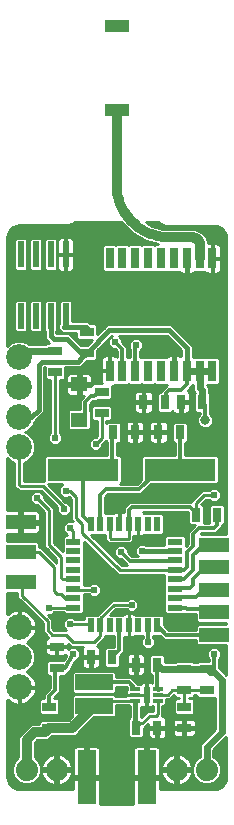
<source format=gtl>
G75*
%MOIN*%
%OFA0B0*%
%FSLAX24Y24*%
%IPPOS*%
%LPD*%
%AMOC8*
5,1,8,0,0,1.08239X$1,22.5*
%
%ADD10C,0.0860*%
%ADD11R,0.0240X0.0870*%
%ADD12R,0.1260X0.0551*%
%ADD13R,0.0320X0.0120*%
%ADD14R,0.0220X0.0540*%
%ADD15R,0.0315X0.0472*%
%ADD16R,0.0472X0.0315*%
%ADD17R,0.0787X0.0394*%
%ADD18R,0.0315X0.0709*%
%ADD19R,0.0276X0.0709*%
%ADD20R,0.0220X0.0500*%
%ADD21R,0.0500X0.0220*%
%ADD22R,0.2362X0.0760*%
%ADD23R,0.0551X0.0472*%
%ADD24R,0.1000X0.0500*%
%ADD25C,0.0740*%
%ADD26R,0.0600X0.1800*%
%ADD27C,0.0100*%
%ADD28C,0.0320*%
%ADD29C,0.0160*%
%ADD30C,0.0240*%
%ADD31C,0.0317*%
%ADD32C,0.0240*%
%ADD33C,0.0120*%
D10*
X000700Y004150D03*
X000700Y005150D03*
X000700Y006150D03*
X000700Y012150D03*
X000700Y013150D03*
X000700Y014150D03*
X000700Y015150D03*
D11*
X000750Y016520D03*
X001250Y016520D03*
X001750Y016520D03*
X002250Y016520D03*
X002250Y018580D03*
X001750Y018580D03*
X001250Y018580D03*
X000750Y018580D03*
D12*
X003200Y004312D03*
X003200Y003525D03*
D13*
X004580Y003700D03*
X004580Y003900D03*
X004580Y004100D03*
X005320Y004100D03*
X005320Y003900D03*
X005320Y003700D03*
D14*
X004950Y003900D03*
D15*
X004596Y004900D03*
X004596Y002800D03*
X005304Y002800D03*
X005304Y004900D03*
X006596Y009900D03*
X007304Y009900D03*
X006804Y013650D03*
X006096Y013650D03*
X006054Y012650D03*
X005554Y013650D03*
X005346Y012650D03*
X004846Y013650D03*
X004554Y012650D03*
X003846Y012650D03*
X003804Y005150D03*
X003096Y005150D03*
D16*
X001950Y004796D03*
X001950Y005504D03*
X001700Y003504D03*
X001700Y002796D03*
X003450Y013296D03*
X003450Y014004D03*
X002950Y015296D03*
X002950Y016004D03*
X001900Y015354D03*
X001900Y014646D03*
X006200Y004754D03*
X006200Y004046D03*
X006200Y003504D03*
X006200Y002796D03*
X006950Y004046D03*
X006950Y004754D03*
D17*
X003950Y023400D03*
X003950Y026195D03*
D18*
X004131Y018441D03*
X004564Y018441D03*
X004997Y018441D03*
X005430Y018441D03*
X005863Y018441D03*
X006296Y018441D03*
X006730Y018441D03*
X006730Y014701D03*
X006296Y014701D03*
X005863Y014701D03*
X005430Y014701D03*
X004997Y014701D03*
X004564Y014701D03*
X004131Y014701D03*
D19*
X003718Y014701D03*
X003718Y018441D03*
X007143Y018441D03*
X007143Y014701D03*
D20*
X005302Y009590D03*
X004987Y009590D03*
X004672Y009590D03*
X004357Y009590D03*
X004043Y009590D03*
X003728Y009590D03*
X003413Y009590D03*
X003098Y009590D03*
X003098Y006210D03*
X003413Y006210D03*
X003728Y006210D03*
X004043Y006210D03*
X004357Y006210D03*
X004672Y006210D03*
X004987Y006210D03*
X005302Y006210D03*
D21*
X005890Y006798D03*
X005890Y007113D03*
X005890Y007428D03*
X005890Y007743D03*
X005890Y008057D03*
X005890Y008372D03*
X005890Y008687D03*
X005890Y009002D03*
X002510Y009002D03*
X002510Y008687D03*
X002510Y008372D03*
X002510Y008057D03*
X002510Y007743D03*
X002510Y007428D03*
X002510Y007113D03*
X002510Y006798D03*
D22*
X002836Y011400D03*
X006064Y011400D03*
D23*
X002700Y013059D03*
X002700Y014241D03*
D24*
X000750Y009650D03*
X000750Y008650D03*
X000750Y007650D03*
X007200Y007400D03*
X007200Y008150D03*
X007200Y008900D03*
X007200Y006650D03*
X007200Y005900D03*
D25*
X006950Y001400D03*
X005950Y001400D03*
X001950Y001400D03*
X000950Y001400D03*
D26*
X002950Y001150D03*
X004950Y001150D03*
D27*
X000376Y000933D02*
X000317Y001074D01*
X000310Y001150D01*
X000310Y003720D01*
X000322Y003708D01*
X000396Y003654D01*
X000477Y003612D01*
X000564Y003584D01*
X000654Y003570D01*
X000681Y003570D01*
X000681Y004131D01*
X000719Y004131D01*
X000719Y004169D01*
X001280Y004169D01*
X001280Y004196D01*
X001266Y004286D01*
X001238Y004373D01*
X001196Y004454D01*
X001142Y004528D01*
X001078Y004592D01*
X001004Y004646D01*
X000955Y004671D01*
X001006Y004692D01*
X001158Y004844D01*
X001240Y005043D01*
X001240Y005257D01*
X001158Y005456D01*
X001006Y005608D01*
X000955Y005629D01*
X001004Y005654D01*
X001078Y005708D01*
X001142Y005772D01*
X001196Y005846D01*
X001238Y005927D01*
X001266Y006014D01*
X001280Y006104D01*
X001280Y006131D01*
X000719Y006131D01*
X000719Y006169D01*
X000681Y006169D01*
X000681Y006730D01*
X000654Y006730D01*
X000564Y006716D01*
X000477Y006688D01*
X000396Y006646D01*
X000322Y006592D01*
X000310Y006580D01*
X000310Y007290D01*
X000640Y007290D01*
X000640Y007134D01*
X000734Y007040D01*
X001490Y006284D01*
X001490Y005984D01*
X001584Y005890D01*
X001669Y005805D01*
X001656Y005802D01*
X001622Y005782D01*
X001594Y005754D01*
X001574Y005720D01*
X001564Y005682D01*
X001564Y005533D01*
X001921Y005533D01*
X001921Y005476D01*
X001564Y005476D01*
X001564Y005327D01*
X001574Y005289D01*
X001594Y005255D01*
X001622Y005227D01*
X001656Y005207D01*
X001694Y005197D01*
X001921Y005197D01*
X001921Y005476D01*
X001979Y005476D01*
X001979Y005533D01*
X002336Y005533D01*
X002336Y005588D01*
X002434Y005490D01*
X002830Y005490D01*
X002818Y005478D01*
X002798Y005444D01*
X002788Y005406D01*
X002788Y005179D01*
X003067Y005179D01*
X003067Y005121D01*
X003124Y005121D01*
X003124Y004764D01*
X003273Y004764D01*
X003311Y004774D01*
X003345Y004794D01*
X003373Y004822D01*
X003393Y004856D01*
X003403Y004894D01*
X003403Y005121D01*
X003124Y005121D01*
X003124Y005179D01*
X003403Y005179D01*
X003403Y005406D01*
X003393Y005444D01*
X003373Y005478D01*
X003345Y005506D01*
X003311Y005526D01*
X003304Y005528D01*
X003360Y005584D01*
X003573Y005796D01*
X003573Y005850D01*
X003873Y005850D01*
X003873Y005496D01*
X003601Y005496D01*
X003537Y005432D01*
X003537Y004868D01*
X003601Y004804D01*
X004007Y004804D01*
X004072Y004868D01*
X004072Y005177D01*
X004113Y005218D01*
X004213Y005318D01*
X004213Y005814D01*
X004228Y005810D01*
X004352Y005810D01*
X004352Y006205D01*
X004362Y006205D01*
X004362Y005810D01*
X004487Y005810D01*
X004525Y005820D01*
X004560Y005840D01*
X004570Y005850D01*
X004828Y005850D01*
X004830Y005852D01*
X004830Y005852D01*
X004830Y005805D01*
X004770Y005745D01*
X004770Y005555D01*
X004905Y005420D01*
X005095Y005420D01*
X005230Y005555D01*
X005230Y005745D01*
X005170Y005805D01*
X005170Y005850D01*
X005422Y005850D01*
X005442Y005830D01*
X005542Y005730D01*
X006590Y005730D01*
X006590Y005604D01*
X006654Y005540D01*
X007610Y005540D01*
X007610Y004565D01*
X007430Y004745D01*
X007370Y004805D01*
X007370Y005095D01*
X007430Y005155D01*
X007430Y005345D01*
X007295Y005480D01*
X007105Y005480D01*
X006970Y005345D01*
X006970Y005155D01*
X007030Y005095D01*
X007030Y005022D01*
X006668Y005022D01*
X006631Y004984D01*
X006519Y004984D01*
X006482Y005022D01*
X005918Y005022D01*
X005881Y004984D01*
X005572Y004984D01*
X005572Y005182D01*
X005507Y005246D01*
X005101Y005246D01*
X005037Y005182D01*
X005037Y004618D01*
X005101Y004554D01*
X005134Y004554D01*
X005134Y004300D01*
X005118Y004310D01*
X005080Y004320D01*
X004955Y004320D01*
X004955Y003905D01*
X004945Y003905D01*
X004945Y004320D01*
X004820Y004320D01*
X004782Y004310D01*
X004748Y004290D01*
X004728Y004270D01*
X004650Y004270D01*
X004538Y004383D01*
X004438Y004482D01*
X003940Y004482D01*
X003940Y004634D01*
X003875Y004698D01*
X002525Y004698D01*
X002460Y004634D01*
X002460Y003991D01*
X002525Y003927D01*
X003875Y003927D01*
X003940Y003991D01*
X003940Y004142D01*
X004297Y004142D01*
X004310Y004130D01*
X004310Y004062D01*
X004300Y004052D01*
X004280Y004018D01*
X004270Y003980D01*
X004270Y003900D01*
X004580Y003900D01*
X004890Y003900D01*
X004890Y003905D01*
X004945Y003905D01*
X004945Y003895D01*
X004890Y003895D01*
X004890Y003900D01*
X004580Y003900D01*
X004580Y003900D01*
X004580Y003900D01*
X004270Y003900D01*
X004270Y003860D01*
X003926Y003860D01*
X003875Y003911D01*
X002525Y003911D01*
X002460Y003846D01*
X002460Y003204D01*
X002479Y003185D01*
X002359Y003066D01*
X001646Y003066D01*
X001640Y003063D01*
X001418Y003063D01*
X001354Y002999D01*
X001354Y002920D01*
X001146Y002920D01*
X001047Y002879D01*
X000971Y002803D01*
X000721Y002553D01*
X000680Y002454D01*
X000680Y001808D01*
X000678Y001807D01*
X000543Y001672D01*
X000470Y001495D01*
X000470Y001305D01*
X000543Y001128D01*
X000678Y000993D01*
X000855Y000920D01*
X001045Y000920D01*
X001222Y000993D01*
X001357Y001128D01*
X001430Y001305D01*
X001430Y001495D01*
X001357Y001672D01*
X001222Y001807D01*
X001220Y001808D01*
X001220Y002288D01*
X001312Y002380D01*
X001608Y002380D01*
X001707Y002421D01*
X001812Y002526D01*
X002524Y002526D01*
X002624Y002567D01*
X002700Y002643D01*
X003196Y003139D01*
X003875Y003139D01*
X003940Y003204D01*
X003940Y003540D01*
X004364Y003540D01*
X004374Y003530D01*
X004390Y003530D01*
X004390Y003144D01*
X004328Y003082D01*
X004328Y002518D01*
X004393Y002454D01*
X004799Y002454D01*
X004863Y002518D01*
X004863Y002790D01*
X004866Y002790D01*
X004960Y002884D01*
X004997Y002921D01*
X004997Y002829D01*
X005276Y002829D01*
X005276Y002771D01*
X005333Y002771D01*
X005333Y002414D01*
X005482Y002414D01*
X005520Y002424D01*
X005554Y002444D01*
X005582Y002472D01*
X005602Y002506D01*
X005612Y002544D01*
X005612Y002771D01*
X005333Y002771D01*
X005333Y002829D01*
X005612Y002829D01*
X005612Y003056D01*
X005602Y003094D01*
X005582Y003128D01*
X005554Y003156D01*
X005520Y003176D01*
X005482Y003186D01*
X005462Y003186D01*
X005480Y003204D01*
X005480Y003530D01*
X005526Y003530D01*
X005590Y003594D01*
X005590Y003740D01*
X005716Y003740D01*
X005854Y003878D01*
X005854Y003843D01*
X005918Y003778D01*
X006040Y003778D01*
X006040Y003772D01*
X005918Y003772D01*
X005854Y003707D01*
X005854Y003301D01*
X005918Y003237D01*
X006482Y003237D01*
X006546Y003301D01*
X006546Y003707D01*
X006482Y003772D01*
X006360Y003772D01*
X006360Y003778D01*
X006482Y003778D01*
X006546Y003843D01*
X006546Y003886D01*
X006604Y003886D01*
X006604Y003843D01*
X006668Y003778D01*
X007220Y003778D01*
X007220Y002745D01*
X006720Y002245D01*
X006720Y001824D01*
X006678Y001807D01*
X006543Y001672D01*
X006470Y001495D01*
X006470Y001305D01*
X006543Y001128D01*
X006678Y000993D01*
X006855Y000920D01*
X007045Y000920D01*
X007222Y000993D01*
X007357Y001128D01*
X007430Y001305D01*
X007430Y001495D01*
X007357Y001672D01*
X007222Y001807D01*
X007180Y001824D01*
X007180Y002055D01*
X007545Y002420D01*
X007610Y002485D01*
X007610Y001150D01*
X007603Y001074D01*
X007544Y000933D01*
X007437Y000826D01*
X007296Y000767D01*
X007220Y000760D01*
X005404Y000760D01*
X005400Y000756D01*
X005400Y001100D01*
X005000Y001100D01*
X005000Y001200D01*
X004900Y001200D01*
X004900Y002200D01*
X004630Y002200D01*
X004592Y002190D01*
X004558Y002170D01*
X004530Y002142D01*
X004510Y002108D01*
X004500Y002070D01*
X004500Y001200D01*
X004900Y001200D01*
X004900Y001100D01*
X004500Y001100D01*
X004500Y000260D01*
X003400Y000260D01*
X003400Y001100D01*
X003000Y001100D01*
X003000Y001200D01*
X002900Y001200D01*
X002900Y002200D01*
X002630Y002200D01*
X002592Y002190D01*
X002558Y002170D01*
X002530Y002142D01*
X002510Y002108D01*
X002500Y002070D01*
X002500Y001200D01*
X002900Y001200D01*
X002900Y001100D01*
X002500Y001100D01*
X002500Y000756D01*
X002496Y000760D01*
X000700Y000760D01*
X000624Y000767D01*
X000483Y000826D01*
X000376Y000933D01*
X000374Y000938D02*
X000811Y000938D01*
X000635Y001037D02*
X000333Y001037D01*
X000311Y001135D02*
X000540Y001135D01*
X000499Y001234D02*
X000310Y001234D01*
X000310Y001332D02*
X000470Y001332D01*
X000470Y001431D02*
X000310Y001431D01*
X000310Y001529D02*
X000484Y001529D01*
X000525Y001628D02*
X000310Y001628D01*
X000310Y001726D02*
X000597Y001726D01*
X000680Y001825D02*
X000310Y001825D01*
X000310Y001923D02*
X000680Y001923D01*
X000680Y002022D02*
X000310Y002022D01*
X000310Y002120D02*
X000680Y002120D01*
X000680Y002219D02*
X000310Y002219D01*
X000310Y002317D02*
X000680Y002317D01*
X000680Y002416D02*
X000310Y002416D01*
X000310Y002514D02*
X000705Y002514D01*
X000781Y002613D02*
X000310Y002613D01*
X000310Y002711D02*
X000879Y002711D01*
X000978Y002810D02*
X000310Y002810D01*
X000310Y002908D02*
X001117Y002908D01*
X001249Y002317D02*
X006792Y002317D01*
X006720Y002219D02*
X001220Y002219D01*
X001220Y002120D02*
X002517Y002120D01*
X002500Y002022D02*
X001220Y002022D01*
X001220Y001923D02*
X002500Y001923D01*
X002500Y001825D02*
X002250Y001825D01*
X002223Y001845D02*
X002289Y001797D01*
X002347Y001739D01*
X002395Y001673D01*
X002432Y001600D01*
X002457Y001522D01*
X002469Y001450D01*
X002000Y001450D01*
X001900Y001450D01*
X001900Y001919D01*
X001828Y001907D01*
X001750Y001882D01*
X001677Y001845D01*
X001611Y001797D01*
X001553Y001739D01*
X001505Y001673D01*
X001468Y001600D01*
X001443Y001522D01*
X001431Y001450D01*
X001900Y001450D01*
X001900Y001350D01*
X001431Y001350D01*
X001443Y001278D01*
X001468Y001200D01*
X001505Y001127D01*
X001553Y001061D01*
X001611Y001003D01*
X001677Y000955D01*
X001750Y000918D01*
X001828Y000893D01*
X001900Y000881D01*
X001900Y001350D01*
X002000Y001350D01*
X002000Y001450D01*
X002000Y001919D01*
X002072Y001907D01*
X002150Y001882D01*
X002223Y001845D01*
X002356Y001726D02*
X002500Y001726D01*
X002500Y001628D02*
X002418Y001628D01*
X002455Y001529D02*
X002500Y001529D01*
X002500Y001431D02*
X002000Y001431D01*
X002000Y001350D02*
X002469Y001350D01*
X002457Y001278D01*
X002432Y001200D01*
X002395Y001127D01*
X002347Y001061D01*
X002289Y001003D01*
X002223Y000955D01*
X002150Y000918D01*
X002072Y000893D01*
X002000Y000881D01*
X002000Y001350D01*
X002000Y001332D02*
X001900Y001332D01*
X001900Y001234D02*
X002000Y001234D01*
X002000Y001135D02*
X001900Y001135D01*
X001900Y001037D02*
X002000Y001037D01*
X002000Y000938D02*
X001900Y000938D01*
X001711Y000938D02*
X001089Y000938D01*
X001265Y001037D02*
X001578Y001037D01*
X001501Y001135D02*
X001360Y001135D01*
X001401Y001234D02*
X001457Y001234D01*
X001434Y001332D02*
X001430Y001332D01*
X001430Y001431D02*
X001900Y001431D01*
X001900Y001529D02*
X002000Y001529D01*
X002000Y001628D02*
X001900Y001628D01*
X001900Y001726D02*
X002000Y001726D01*
X002000Y001825D02*
X001900Y001825D01*
X001694Y002416D02*
X005121Y002416D01*
X005127Y002414D02*
X005089Y002424D01*
X005055Y002444D01*
X005027Y002472D01*
X005007Y002506D01*
X004997Y002544D01*
X004997Y002771D01*
X005276Y002771D01*
X005276Y002414D01*
X005127Y002414D01*
X005276Y002416D02*
X005333Y002416D01*
X005333Y002514D02*
X005276Y002514D01*
X005276Y002613D02*
X005333Y002613D01*
X005333Y002711D02*
X005276Y002711D01*
X005276Y002810D02*
X004886Y002810D01*
X004863Y002711D02*
X004997Y002711D01*
X004997Y002613D02*
X004863Y002613D01*
X004859Y002514D02*
X005005Y002514D01*
X005000Y002200D02*
X005000Y001200D01*
X005400Y001200D01*
X005400Y002070D01*
X005390Y002108D01*
X005370Y002142D01*
X005342Y002170D01*
X005308Y002190D01*
X005270Y002200D01*
X005000Y002200D01*
X005000Y002120D02*
X004900Y002120D01*
X004900Y002022D02*
X005000Y002022D01*
X005000Y001923D02*
X004900Y001923D01*
X004900Y001825D02*
X005000Y001825D01*
X005000Y001726D02*
X004900Y001726D01*
X004900Y001628D02*
X005000Y001628D01*
X005000Y001529D02*
X004900Y001529D01*
X004900Y001431D02*
X005000Y001431D01*
X005000Y001332D02*
X004900Y001332D01*
X004900Y001234D02*
X005000Y001234D01*
X005000Y001135D02*
X005501Y001135D01*
X005505Y001127D02*
X005468Y001200D01*
X005443Y001278D01*
X005431Y001350D01*
X005900Y001350D01*
X005900Y001450D01*
X005900Y001919D01*
X005828Y001907D01*
X005750Y001882D01*
X005677Y001845D01*
X005611Y001797D01*
X005553Y001739D01*
X005505Y001673D01*
X005468Y001600D01*
X005443Y001522D01*
X005431Y001450D01*
X005900Y001450D01*
X006000Y001450D01*
X006000Y001919D01*
X006072Y001907D01*
X006150Y001882D01*
X006223Y001845D01*
X006289Y001797D01*
X006347Y001739D01*
X006395Y001673D01*
X006432Y001600D01*
X006457Y001522D01*
X006469Y001450D01*
X006000Y001450D01*
X006000Y001350D01*
X006469Y001350D01*
X006457Y001278D01*
X006432Y001200D01*
X006395Y001127D01*
X006347Y001061D01*
X006289Y001003D01*
X006223Y000955D01*
X006150Y000918D01*
X006072Y000893D01*
X006000Y000881D01*
X006000Y001350D01*
X005900Y001350D01*
X005900Y000881D01*
X005828Y000893D01*
X005750Y000918D01*
X005677Y000955D01*
X005611Y001003D01*
X005553Y001061D01*
X005505Y001127D01*
X005578Y001037D02*
X005400Y001037D01*
X005400Y000938D02*
X005711Y000938D01*
X005900Y000938D02*
X006000Y000938D01*
X006000Y001037D02*
X005900Y001037D01*
X005900Y001135D02*
X006000Y001135D01*
X006000Y001234D02*
X005900Y001234D01*
X005900Y001332D02*
X006000Y001332D01*
X006000Y001431D02*
X006470Y001431D01*
X006484Y001529D02*
X006455Y001529D01*
X006418Y001628D02*
X006525Y001628D01*
X006597Y001726D02*
X006356Y001726D01*
X006250Y001825D02*
X006720Y001825D01*
X006720Y001923D02*
X005400Y001923D01*
X005400Y001825D02*
X005650Y001825D01*
X005544Y001726D02*
X005400Y001726D01*
X005400Y001628D02*
X005482Y001628D01*
X005445Y001529D02*
X005400Y001529D01*
X005400Y001431D02*
X005900Y001431D01*
X005900Y001529D02*
X006000Y001529D01*
X006000Y001628D02*
X005900Y001628D01*
X005900Y001726D02*
X006000Y001726D01*
X006000Y001825D02*
X005900Y001825D01*
X005944Y002488D02*
X005906Y002498D01*
X005872Y002518D01*
X005844Y002546D01*
X005824Y002580D01*
X005814Y002618D01*
X005814Y002767D01*
X006171Y002767D01*
X006171Y002824D01*
X005814Y002824D01*
X005814Y002973D01*
X005824Y003011D01*
X005844Y003045D01*
X005872Y003073D01*
X005906Y003093D01*
X005944Y003103D01*
X006171Y003103D01*
X006171Y002824D01*
X006229Y002824D01*
X006586Y002824D01*
X006586Y002973D01*
X006576Y003011D01*
X006556Y003045D01*
X006528Y003073D01*
X006494Y003093D01*
X006456Y003103D01*
X006229Y003103D01*
X006229Y002824D01*
X006229Y002767D01*
X006586Y002767D01*
X006586Y002618D01*
X006576Y002580D01*
X006556Y002546D01*
X006528Y002518D01*
X006494Y002498D01*
X006456Y002488D01*
X006229Y002488D01*
X006229Y002767D01*
X006171Y002767D01*
X006171Y002488D01*
X005944Y002488D01*
X005879Y002514D02*
X005604Y002514D01*
X005612Y002613D02*
X005815Y002613D01*
X005814Y002711D02*
X005612Y002711D01*
X005612Y002908D02*
X005814Y002908D01*
X005823Y003007D02*
X005612Y003007D01*
X005595Y003105D02*
X007220Y003105D01*
X007220Y003007D02*
X006577Y003007D01*
X006586Y002908D02*
X007220Y002908D01*
X007220Y002810D02*
X006229Y002810D01*
X006171Y002810D02*
X005333Y002810D01*
X005250Y003200D02*
X005050Y003200D01*
X004800Y002950D01*
X004746Y002950D01*
X004596Y002800D01*
X004770Y003146D02*
X004770Y003497D01*
X004782Y003490D01*
X004820Y003480D01*
X004945Y003480D01*
X004945Y003895D01*
X004955Y003895D01*
X004955Y003480D01*
X005080Y003480D01*
X005118Y003490D01*
X005152Y003510D01*
X005160Y003518D01*
X005160Y003360D01*
X004984Y003360D01*
X004770Y003146D01*
X004770Y003204D02*
X004827Y003204D01*
X004770Y003302D02*
X004926Y003302D01*
X004945Y003499D02*
X004955Y003499D01*
X004945Y003598D02*
X004955Y003598D01*
X004945Y003696D02*
X004955Y003696D01*
X004945Y003795D02*
X004955Y003795D01*
X004945Y003893D02*
X004955Y003893D01*
X004945Y003992D02*
X004955Y003992D01*
X004945Y004090D02*
X004955Y004090D01*
X004945Y004189D02*
X004955Y004189D01*
X004945Y004287D02*
X004955Y004287D01*
X004811Y004524D02*
X004845Y004544D01*
X004873Y004572D01*
X004893Y004606D01*
X004903Y004644D01*
X004903Y004871D01*
X004624Y004871D01*
X004624Y004514D01*
X004773Y004514D01*
X004811Y004524D01*
X004879Y004583D02*
X005073Y004583D01*
X005037Y004681D02*
X004903Y004681D01*
X004903Y004780D02*
X005037Y004780D01*
X005037Y004878D02*
X004624Y004878D01*
X004624Y004871D02*
X004624Y004929D01*
X004567Y004929D01*
X004567Y005286D01*
X004418Y005286D01*
X004380Y005276D01*
X004346Y005256D01*
X004318Y005228D01*
X004298Y005194D01*
X004288Y005156D01*
X004288Y004929D01*
X004567Y004929D01*
X004567Y004871D01*
X004624Y004871D01*
X004567Y004871D02*
X004567Y004514D01*
X004418Y004514D01*
X004380Y004524D01*
X004346Y004544D01*
X004318Y004572D01*
X004298Y004606D01*
X004288Y004644D01*
X004288Y004871D01*
X004567Y004871D01*
X004567Y004878D02*
X004072Y004878D01*
X004072Y004977D02*
X004288Y004977D01*
X004288Y005075D02*
X004072Y005075D01*
X004072Y005174D02*
X004293Y005174D01*
X004373Y005272D02*
X004167Y005272D01*
X004213Y005371D02*
X006995Y005371D01*
X006970Y005272D02*
X004818Y005272D01*
X004811Y005276D02*
X004773Y005286D01*
X004624Y005286D01*
X004624Y004929D01*
X004903Y004929D01*
X004903Y005156D01*
X004893Y005194D01*
X004873Y005228D01*
X004845Y005256D01*
X004811Y005276D01*
X004898Y005174D02*
X005037Y005174D01*
X005037Y005075D02*
X004903Y005075D01*
X004903Y004977D02*
X005037Y004977D01*
X005134Y004484D02*
X003940Y004484D01*
X003940Y004583D02*
X004312Y004583D01*
X004288Y004681D02*
X003892Y004681D01*
X003940Y004090D02*
X004310Y004090D01*
X004273Y003992D02*
X003940Y003992D01*
X003893Y003893D02*
X004270Y003893D01*
X004390Y003499D02*
X003940Y003499D01*
X003940Y003401D02*
X004390Y003401D01*
X004390Y003302D02*
X003940Y003302D01*
X003940Y003204D02*
X004390Y003204D01*
X004351Y003105D02*
X003162Y003105D01*
X003063Y003007D02*
X004328Y003007D01*
X004328Y002908D02*
X002965Y002908D01*
X002866Y002810D02*
X004328Y002810D01*
X004328Y002711D02*
X002768Y002711D01*
X002700Y002643D02*
X002700Y002643D01*
X002669Y002613D02*
X004328Y002613D01*
X004332Y002514D02*
X001800Y002514D01*
X001650Y001825D02*
X001220Y001825D01*
X001303Y001726D02*
X001544Y001726D01*
X001482Y001628D02*
X001375Y001628D01*
X001416Y001529D02*
X001445Y001529D01*
X001362Y003007D02*
X000310Y003007D01*
X000310Y003105D02*
X002398Y003105D01*
X002460Y003204D02*
X000310Y003204D01*
X000310Y003302D02*
X001354Y003302D01*
X001354Y003301D02*
X001418Y003237D01*
X001982Y003237D01*
X002046Y003301D01*
X002046Y003707D01*
X001982Y003772D01*
X001870Y003772D01*
X001870Y003780D01*
X001970Y003880D01*
X002070Y003980D01*
X002070Y004528D01*
X002232Y004528D01*
X002296Y004593D01*
X002296Y004626D01*
X002316Y004626D01*
X002335Y004644D01*
X002360Y004651D01*
X002383Y004692D01*
X002416Y004725D01*
X002416Y004751D01*
X002566Y005020D01*
X002595Y005020D01*
X002730Y005155D01*
X002730Y005345D01*
X002595Y005480D01*
X002405Y005480D01*
X002336Y005411D01*
X002336Y005476D01*
X001979Y005476D01*
X001979Y005197D01*
X002206Y005197D01*
X002244Y005207D01*
X002270Y005222D01*
X002270Y005187D01*
X002201Y005063D01*
X001668Y005063D01*
X001604Y004999D01*
X001604Y004593D01*
X001668Y004528D01*
X001730Y004528D01*
X001730Y004120D01*
X001530Y003920D01*
X001530Y003772D01*
X001418Y003772D01*
X001354Y003707D01*
X001354Y003301D01*
X001354Y003401D02*
X000310Y003401D01*
X000310Y003499D02*
X001354Y003499D01*
X001354Y003598D02*
X000877Y003598D01*
X000836Y003584D02*
X000923Y003612D01*
X001004Y003654D01*
X001078Y003708D01*
X001142Y003772D01*
X001196Y003846D01*
X001238Y003927D01*
X001266Y004014D01*
X001280Y004104D01*
X001280Y004131D01*
X000719Y004131D01*
X000719Y003570D01*
X000746Y003570D01*
X000836Y003584D01*
X000719Y003598D02*
X000681Y003598D01*
X000681Y003696D02*
X000719Y003696D01*
X000719Y003795D02*
X000681Y003795D01*
X000681Y003893D02*
X000719Y003893D01*
X000719Y003992D02*
X000681Y003992D01*
X000681Y004090D02*
X000719Y004090D01*
X000523Y003598D02*
X000310Y003598D01*
X000310Y003696D02*
X000338Y003696D01*
X000979Y004681D02*
X001604Y004681D01*
X001604Y004780D02*
X001093Y004780D01*
X001172Y004878D02*
X001604Y004878D01*
X001604Y004977D02*
X001213Y004977D01*
X001240Y005075D02*
X002207Y005075D01*
X002262Y005174D02*
X001240Y005174D01*
X001234Y005272D02*
X001584Y005272D01*
X001564Y005371D02*
X001193Y005371D01*
X001145Y005469D02*
X001564Y005469D01*
X001564Y005568D02*
X001046Y005568D01*
X001021Y005666D02*
X001564Y005666D01*
X001604Y005765D02*
X001135Y005765D01*
X001205Y005863D02*
X001611Y005863D01*
X001650Y006050D02*
X001650Y006350D01*
X000800Y007200D01*
X000800Y007800D01*
X000750Y007650D01*
X000640Y007242D02*
X000310Y007242D01*
X000310Y007144D02*
X000640Y007144D01*
X000729Y007045D02*
X000310Y007045D01*
X000310Y006947D02*
X000827Y006947D01*
X000926Y006848D02*
X000310Y006848D01*
X000310Y006750D02*
X001024Y006750D01*
X000994Y006651D02*
X001123Y006651D01*
X001078Y006592D02*
X001142Y006528D01*
X001196Y006454D01*
X001320Y006454D01*
X001238Y006373D02*
X001196Y006454D01*
X001238Y006373D02*
X001266Y006286D01*
X001280Y006196D01*
X001280Y006169D01*
X000719Y006169D01*
X000719Y006730D01*
X000746Y006730D01*
X000836Y006716D01*
X000923Y006688D01*
X001004Y006646D01*
X001078Y006592D01*
X001118Y006553D02*
X001221Y006553D01*
X001243Y006356D02*
X001418Y006356D01*
X001490Y006257D02*
X001270Y006257D01*
X001273Y006060D02*
X001490Y006060D01*
X001490Y006159D02*
X000719Y006159D01*
X000719Y006257D02*
X000681Y006257D01*
X000681Y006356D02*
X000719Y006356D01*
X000719Y006454D02*
X000681Y006454D01*
X000681Y006553D02*
X000719Y006553D01*
X000719Y006651D02*
X000681Y006651D01*
X000406Y006651D02*
X000310Y006651D01*
X000750Y008650D02*
X001350Y008650D01*
X001850Y008150D01*
X001850Y007350D01*
X001950Y007250D01*
X002100Y007250D01*
X002250Y007100D01*
X002497Y007100D01*
X002510Y007113D01*
X002538Y007400D02*
X003200Y007400D01*
X003035Y007240D02*
X003105Y007170D01*
X003295Y007170D01*
X003430Y007305D01*
X003430Y007495D01*
X003295Y007630D01*
X003105Y007630D01*
X003035Y007560D01*
X002870Y007560D01*
X002870Y007583D01*
X002868Y007585D01*
X002870Y007587D01*
X002870Y007898D01*
X002868Y007900D01*
X002870Y007902D01*
X002870Y008213D01*
X002868Y008215D01*
X002870Y008217D01*
X002870Y008528D01*
X002868Y008530D01*
X002870Y008532D01*
X002870Y008843D01*
X002868Y008845D01*
X002870Y008847D01*
X002870Y009004D01*
X003890Y007984D01*
X003984Y007890D01*
X005530Y007890D01*
X005530Y007587D01*
X005532Y007585D01*
X005530Y007583D01*
X005530Y007272D01*
X005532Y007270D01*
X005530Y007268D01*
X005530Y006957D01*
X005532Y006955D01*
X005530Y006953D01*
X005530Y006642D01*
X005594Y006578D01*
X006186Y006578D01*
X006209Y006601D01*
X006230Y006580D01*
X006590Y006580D01*
X006590Y006354D01*
X006654Y006290D01*
X007610Y006290D01*
X007610Y006260D01*
X006654Y006260D01*
X006590Y006196D01*
X006590Y006070D01*
X005683Y006070D01*
X005522Y006230D01*
X005522Y006506D01*
X005458Y006570D01*
X005147Y006570D01*
X005145Y006568D01*
X005143Y006570D01*
X004832Y006570D01*
X004830Y006568D01*
X004828Y006570D01*
X004570Y006570D01*
X004560Y006580D01*
X004525Y006600D01*
X004487Y006610D01*
X004362Y006610D01*
X004362Y006215D01*
X004352Y006215D01*
X004352Y006610D01*
X004228Y006610D01*
X004190Y006600D01*
X004155Y006580D01*
X004145Y006570D01*
X003887Y006570D01*
X003885Y006568D01*
X003883Y006570D01*
X003746Y006570D01*
X003916Y006740D01*
X004285Y006740D01*
X004355Y006670D01*
X004545Y006670D01*
X004680Y006805D01*
X004680Y006995D01*
X004545Y007130D01*
X004355Y007130D01*
X004285Y007060D01*
X003784Y007060D01*
X003690Y006966D01*
X003294Y006570D01*
X003257Y006570D01*
X003255Y006568D01*
X003253Y006570D01*
X002942Y006570D01*
X002878Y006506D01*
X002878Y006410D01*
X002565Y006410D01*
X002495Y006480D01*
X002305Y006480D01*
X002170Y006345D01*
X002170Y006155D01*
X002265Y006060D01*
X001866Y006060D01*
X002265Y006060D01*
X002170Y006159D02*
X001810Y006159D01*
X001810Y006116D02*
X001810Y006416D01*
X001656Y006570D01*
X001795Y006570D01*
X001865Y006640D01*
X002152Y006640D01*
X002214Y006578D01*
X002806Y006578D01*
X002870Y006642D01*
X002870Y006953D01*
X002868Y006955D01*
X002870Y006957D01*
X002870Y007240D01*
X003035Y007240D01*
X002870Y007144D02*
X005530Y007144D01*
X005530Y007242D02*
X003367Y007242D01*
X003430Y007341D02*
X005530Y007341D01*
X005530Y007439D02*
X003430Y007439D01*
X003388Y007538D02*
X005530Y007538D01*
X005530Y007636D02*
X002870Y007636D01*
X002870Y007735D02*
X005530Y007735D01*
X005530Y007833D02*
X002870Y007833D01*
X002870Y007932D02*
X003942Y007932D01*
X003844Y008030D02*
X002870Y008030D01*
X002870Y008129D02*
X003745Y008129D01*
X003647Y008227D02*
X002870Y008227D01*
X002870Y008326D02*
X003548Y008326D01*
X003450Y008424D02*
X002870Y008424D01*
X002870Y008523D02*
X003351Y008523D01*
X003253Y008621D02*
X002870Y008621D01*
X002870Y008720D02*
X003154Y008720D01*
X003056Y008818D02*
X002870Y008818D01*
X002870Y008917D02*
X002957Y008917D01*
X003114Y009212D02*
X003568Y009212D01*
X003568Y009230D02*
X003568Y009056D01*
X003590Y009034D01*
X003684Y008940D01*
X004416Y008940D01*
X004510Y009034D01*
X004510Y009199D01*
X004543Y009190D01*
X004667Y009190D01*
X004667Y009585D01*
X004677Y009585D01*
X004677Y009190D01*
X004802Y009190D01*
X004840Y009200D01*
X004875Y009220D01*
X004885Y009230D01*
X005143Y009230D01*
X005145Y009232D01*
X005147Y009230D01*
X005458Y009230D01*
X005522Y009294D01*
X005522Y009886D01*
X005458Y009950D01*
X005147Y009950D01*
X005145Y009948D01*
X005143Y009950D01*
X004885Y009950D01*
X004875Y009960D01*
X004840Y009980D01*
X004839Y009980D01*
X006328Y009980D01*
X006328Y009618D01*
X006393Y009554D01*
X006563Y009554D01*
X006530Y009520D01*
X006330Y009320D01*
X006330Y008920D01*
X006250Y008840D01*
X006250Y008843D01*
X006248Y008845D01*
X006250Y008847D01*
X006250Y009158D01*
X006186Y009222D01*
X005594Y009222D01*
X005530Y009158D01*
X005530Y008890D01*
X004935Y008890D01*
X004895Y008930D01*
X004705Y008930D01*
X004570Y008795D01*
X004570Y008605D01*
X004655Y008520D01*
X004470Y008520D01*
X004330Y008660D01*
X004330Y008745D01*
X004195Y008880D01*
X004005Y008880D01*
X003870Y008745D01*
X003870Y008555D01*
X004005Y008420D01*
X004090Y008420D01*
X004300Y008210D01*
X004116Y008210D01*
X003096Y009230D01*
X003253Y009230D01*
X003255Y009232D01*
X003257Y009230D01*
X003568Y009230D01*
X003568Y009114D02*
X003213Y009114D01*
X003311Y009015D02*
X003609Y009015D01*
X003728Y009122D02*
X003750Y009100D01*
X004350Y009100D01*
X004350Y009583D01*
X004357Y009590D01*
X004200Y009983D02*
X004172Y009990D01*
X004048Y009990D01*
X004048Y009595D01*
X004038Y009595D01*
X004038Y009990D01*
X003913Y009990D01*
X003875Y009980D01*
X003840Y009960D01*
X003830Y009950D01*
X003572Y009950D01*
X003570Y009948D01*
X003570Y009948D01*
X003570Y010480D01*
X003670Y010580D01*
X004770Y010580D01*
X005100Y010910D01*
X007291Y010910D01*
X007355Y010974D01*
X007355Y011826D01*
X007291Y011890D01*
X006224Y011890D01*
X006224Y012304D01*
X006257Y012304D01*
X006322Y012368D01*
X006322Y012932D01*
X006257Y012996D01*
X005851Y012996D01*
X005787Y012932D01*
X005787Y012368D01*
X005851Y012304D01*
X005884Y012304D01*
X005884Y011890D01*
X004838Y011890D01*
X004773Y011826D01*
X004773Y011063D01*
X004630Y010920D01*
X004072Y010920D01*
X004127Y010974D01*
X004127Y011826D01*
X004062Y011890D01*
X003970Y011890D01*
X003970Y012304D01*
X004049Y012304D01*
X004113Y012368D01*
X004113Y012932D01*
X004049Y012996D01*
X003643Y012996D01*
X003610Y012964D01*
X003610Y013028D01*
X003732Y013028D01*
X003796Y013093D01*
X003796Y013499D01*
X003732Y013563D01*
X003168Y013563D01*
X003104Y013499D01*
X003104Y013093D01*
X003168Y013028D01*
X003290Y013028D01*
X003290Y012516D01*
X003254Y012480D01*
X003155Y012480D01*
X003020Y012345D01*
X003020Y012155D01*
X003155Y012020D01*
X003345Y012020D01*
X003480Y012155D01*
X003480Y012254D01*
X003516Y012290D01*
X003586Y012360D01*
X003630Y012316D01*
X003630Y011890D01*
X001609Y011890D01*
X001545Y011826D01*
X001545Y011010D01*
X000860Y011010D01*
X000860Y011632D01*
X001006Y011692D01*
X001158Y011844D01*
X001240Y012043D01*
X001240Y012257D01*
X001158Y012456D01*
X001006Y012608D01*
X000904Y012650D01*
X001006Y012692D01*
X001158Y012844D01*
X001225Y013006D01*
X001429Y013210D01*
X001540Y013321D01*
X001540Y014810D01*
X001554Y014810D01*
X001554Y014443D01*
X001618Y014378D01*
X001740Y014378D01*
X001740Y012615D01*
X001670Y012545D01*
X001670Y012355D01*
X001805Y012220D01*
X001995Y012220D01*
X002130Y012355D01*
X002130Y012545D01*
X002060Y012615D01*
X002060Y014378D01*
X002182Y014378D01*
X002246Y014443D01*
X002246Y014810D01*
X002733Y014810D01*
X002881Y014958D01*
X002951Y015028D01*
X003232Y015028D01*
X003296Y015093D01*
X003296Y015373D01*
X003783Y015860D01*
X003785Y015860D01*
X003670Y015745D01*
X003670Y015555D01*
X003805Y015420D01*
X003890Y015420D01*
X003961Y015348D01*
X003961Y015166D01*
X003958Y015166D01*
X003948Y015176D01*
X003913Y015195D01*
X003875Y015206D01*
X003737Y015206D01*
X003737Y014720D01*
X003699Y014720D01*
X003699Y015206D01*
X003560Y015206D01*
X003522Y015195D01*
X003488Y015176D01*
X003460Y015148D01*
X003440Y015113D01*
X003430Y015075D01*
X003430Y014720D01*
X003699Y014720D01*
X003699Y014682D01*
X003430Y014682D01*
X003430Y014327D01*
X003440Y014289D01*
X003450Y014272D01*
X003168Y014272D01*
X003104Y014207D01*
X003104Y014191D01*
X002750Y014191D01*
X002750Y014291D01*
X002650Y014291D01*
X002650Y014627D01*
X002405Y014627D01*
X002367Y014617D01*
X002332Y014597D01*
X002304Y014569D01*
X002285Y014535D01*
X002274Y014497D01*
X002274Y014291D01*
X002650Y014291D01*
X002650Y014191D01*
X002274Y014191D01*
X002274Y013985D01*
X002285Y013946D01*
X002304Y013912D01*
X002332Y013884D01*
X002367Y013865D01*
X002405Y013854D01*
X002650Y013854D01*
X002650Y014191D01*
X002750Y014191D01*
X002750Y013854D01*
X002864Y013854D01*
X002730Y013720D01*
X002730Y013406D01*
X002379Y013406D01*
X002314Y013341D01*
X002314Y012778D01*
X002379Y012713D01*
X003021Y012713D01*
X003086Y012778D01*
X003086Y013341D01*
X003070Y013357D01*
X003070Y013580D01*
X003170Y013680D01*
X003270Y013680D01*
X003327Y013737D01*
X003732Y013737D01*
X003796Y013801D01*
X003796Y014197D01*
X003875Y014197D01*
X003913Y014207D01*
X003948Y014227D01*
X003958Y014237D01*
X004334Y014237D01*
X004348Y014250D01*
X004361Y014237D01*
X004767Y014237D01*
X004781Y014250D01*
X004794Y014237D01*
X005200Y014237D01*
X005214Y014250D01*
X005227Y014237D01*
X005604Y014237D01*
X005614Y014227D01*
X005628Y014219D01*
X005530Y014120D01*
X005430Y014020D01*
X005430Y013996D01*
X005351Y013996D01*
X005287Y013932D01*
X005287Y013368D01*
X005351Y013304D01*
X005757Y013304D01*
X005802Y013349D01*
X005818Y013322D01*
X005846Y013294D01*
X005880Y013274D01*
X005918Y013264D01*
X006067Y013264D01*
X006067Y013621D01*
X006124Y013621D01*
X006124Y013264D01*
X006273Y013264D01*
X006311Y013274D01*
X006345Y013294D01*
X006373Y013322D01*
X006393Y013356D01*
X006403Y013394D01*
X006403Y013621D01*
X006124Y013621D01*
X006124Y013679D01*
X006403Y013679D01*
X006403Y013906D01*
X006393Y013944D01*
X006373Y013978D01*
X006345Y014006D01*
X006314Y014024D01*
X006367Y014076D01*
X006466Y014176D01*
X006466Y014237D01*
X006500Y014237D01*
X006500Y014025D01*
X006565Y013960D01*
X006537Y013932D01*
X006537Y013368D01*
X006601Y013304D01*
X006730Y013304D01*
X006730Y013260D01*
X006672Y013202D01*
X006632Y013103D01*
X006632Y012997D01*
X006672Y012898D01*
X006748Y012822D01*
X006847Y012782D01*
X006953Y012782D01*
X007052Y012822D01*
X007128Y012898D01*
X007168Y012997D01*
X007168Y013103D01*
X007128Y013202D01*
X007070Y013260D01*
X007070Y013366D01*
X007072Y013368D01*
X007072Y013932D01*
X007030Y013974D01*
X007030Y014145D01*
X006960Y014216D01*
X006960Y014237D01*
X007326Y014237D01*
X007391Y014301D01*
X007391Y015101D01*
X007326Y015166D01*
X006960Y015166D01*
X006946Y015152D01*
X006933Y015166D01*
X006526Y015166D01*
X006513Y015152D01*
X006500Y015166D01*
X006486Y015166D01*
X006486Y015532D01*
X006375Y015644D01*
X005779Y016240D01*
X003626Y016240D01*
X003514Y016129D01*
X003296Y015911D01*
X003296Y016207D01*
X003232Y016272D01*
X003067Y016272D01*
X002999Y016340D01*
X002480Y016340D01*
X002480Y017001D01*
X002416Y017065D01*
X002084Y017065D01*
X002020Y017001D01*
X002020Y016239D01*
X002010Y016229D01*
X002010Y016071D01*
X002020Y016061D01*
X002020Y016039D01*
X002084Y015975D01*
X002106Y015975D01*
X002121Y015960D01*
X002604Y015960D01*
X002604Y015801D01*
X002668Y015737D01*
X003122Y015737D01*
X002949Y015563D01*
X002756Y015563D01*
X002379Y015940D01*
X001940Y015940D01*
X001940Y015999D01*
X001980Y016039D01*
X001980Y017001D01*
X001916Y017065D01*
X001584Y017065D01*
X001520Y017001D01*
X001520Y016039D01*
X001560Y015999D01*
X001560Y015771D01*
X001660Y015671D01*
X001709Y015622D01*
X001618Y015622D01*
X001576Y015580D01*
X001034Y015580D01*
X001006Y015608D01*
X000807Y015690D01*
X000593Y015690D01*
X000394Y015608D01*
X000310Y015524D01*
X000310Y019150D01*
X000317Y019226D01*
X000376Y019367D01*
X000483Y019474D01*
X000624Y019533D01*
X000700Y019540D01*
X002321Y019540D01*
X002546Y019633D01*
X002563Y019650D01*
X004093Y019650D01*
X004460Y019284D01*
X004920Y019018D01*
X005338Y018906D01*
X005227Y018906D01*
X005214Y018892D01*
X005200Y018906D01*
X004794Y018906D01*
X004781Y018892D01*
X004767Y018906D01*
X004361Y018906D01*
X004348Y018892D01*
X004334Y018906D01*
X003928Y018906D01*
X003915Y018892D01*
X003901Y018906D01*
X003534Y018906D01*
X003470Y018841D01*
X003470Y018041D01*
X003534Y017977D01*
X003901Y017977D01*
X003915Y017990D01*
X003928Y017977D01*
X004334Y017977D01*
X004348Y017990D01*
X004361Y017977D01*
X004767Y017977D01*
X004781Y017990D01*
X004794Y017977D01*
X005200Y017977D01*
X005214Y017990D01*
X005227Y017977D01*
X005633Y017977D01*
X005647Y017990D01*
X005660Y017977D01*
X006037Y017977D01*
X006047Y017967D01*
X006081Y017947D01*
X006119Y017937D01*
X006268Y017937D01*
X006268Y018413D01*
X006325Y018413D01*
X006325Y017937D01*
X006474Y017937D01*
X006512Y017947D01*
X006546Y017967D01*
X006556Y017977D01*
X006903Y017977D01*
X006913Y017967D01*
X006947Y017947D01*
X006985Y017937D01*
X007124Y017937D01*
X007124Y018422D01*
X007162Y018422D01*
X007162Y017937D01*
X007300Y017937D01*
X007339Y017947D01*
X007373Y017967D01*
X007401Y017995D01*
X007420Y018029D01*
X007431Y018067D01*
X007431Y018422D01*
X007162Y018422D01*
X007162Y018460D01*
X007431Y018460D01*
X007431Y018815D01*
X007420Y018854D01*
X007401Y018888D01*
X007373Y018916D01*
X007339Y018935D01*
X007300Y018946D01*
X007162Y018946D01*
X007162Y018460D01*
X007124Y018460D01*
X007124Y018946D01*
X007000Y018946D01*
X007000Y018980D01*
X006916Y019182D01*
X006761Y019336D01*
X006559Y019420D01*
X005700Y019420D01*
X005507Y019433D01*
X005134Y019533D01*
X004930Y019650D01*
X005333Y019650D01*
X005354Y019629D01*
X005354Y019629D01*
X005354Y019629D01*
X005579Y019536D01*
X007220Y019536D01*
X007296Y019529D01*
X007437Y019470D01*
X007544Y019363D01*
X007603Y019222D01*
X007610Y019146D01*
X007610Y009260D01*
X006750Y009260D01*
X006770Y009280D01*
X007270Y009280D01*
X007375Y009384D01*
X007474Y009484D01*
X007474Y009554D01*
X007507Y009554D01*
X007572Y009618D01*
X007572Y010182D01*
X007507Y010246D01*
X007101Y010246D01*
X007037Y010182D01*
X007037Y009620D01*
X006863Y009620D01*
X006863Y010182D01*
X006799Y010246D01*
X006772Y010246D01*
X006916Y010390D01*
X007035Y010390D01*
X007105Y010320D01*
X007295Y010320D01*
X007430Y010455D01*
X007430Y010645D01*
X007295Y010780D01*
X007105Y010780D01*
X007035Y010710D01*
X006784Y010710D01*
X006690Y010616D01*
X006440Y010366D01*
X006440Y010320D01*
X004380Y010320D01*
X004300Y010240D01*
X004200Y010140D01*
X004200Y009983D01*
X004200Y010000D02*
X003570Y010000D01*
X003570Y010099D02*
X004200Y010099D01*
X004257Y010197D02*
X003570Y010197D01*
X003570Y010296D02*
X004355Y010296D01*
X004127Y010985D02*
X004695Y010985D01*
X004773Y011084D02*
X004127Y011084D01*
X004127Y011182D02*
X004773Y011182D01*
X004773Y011281D02*
X004127Y011281D01*
X004127Y011379D02*
X004773Y011379D01*
X004773Y011478D02*
X004127Y011478D01*
X004127Y011576D02*
X004773Y011576D01*
X004773Y011675D02*
X004127Y011675D01*
X004127Y011773D02*
X004773Y011773D01*
X004819Y011872D02*
X004081Y011872D01*
X004109Y012364D02*
X004255Y012364D01*
X004257Y012356D02*
X004277Y012322D01*
X004305Y012294D01*
X004339Y012274D01*
X004377Y012264D01*
X004526Y012264D01*
X004526Y012621D01*
X004583Y012621D01*
X004583Y012264D01*
X004732Y012264D01*
X004770Y012274D01*
X004804Y012294D01*
X004832Y012322D01*
X004852Y012356D01*
X004862Y012394D01*
X004862Y012621D01*
X004583Y012621D01*
X004583Y012679D01*
X004526Y012679D01*
X004526Y013036D01*
X004377Y013036D01*
X004339Y013026D01*
X004305Y013006D01*
X004277Y012978D01*
X004257Y012944D01*
X004247Y012906D01*
X004247Y012679D01*
X004526Y012679D01*
X004526Y012621D01*
X004247Y012621D01*
X004247Y012394D01*
X004257Y012356D01*
X004247Y012463D02*
X004113Y012463D01*
X004113Y012561D02*
X004247Y012561D01*
X004247Y012758D02*
X004113Y012758D01*
X004113Y012660D02*
X004526Y012660D01*
X004583Y012660D02*
X005317Y012660D01*
X005317Y012679D02*
X005317Y012621D01*
X005374Y012621D01*
X005374Y012264D01*
X005523Y012264D01*
X005561Y012274D01*
X005595Y012294D01*
X005623Y012322D01*
X005643Y012356D01*
X005653Y012394D01*
X005653Y012621D01*
X005374Y012621D01*
X005374Y012679D01*
X005317Y012679D01*
X005317Y013036D01*
X005168Y013036D01*
X005130Y013026D01*
X005096Y013006D01*
X005068Y012978D01*
X005048Y012944D01*
X005038Y012906D01*
X005038Y012679D01*
X005317Y012679D01*
X005374Y012679D02*
X005374Y013036D01*
X005523Y013036D01*
X005561Y013026D01*
X005595Y013006D01*
X005623Y012978D01*
X005643Y012944D01*
X005653Y012906D01*
X005653Y012679D01*
X005374Y012679D01*
X005374Y012660D02*
X005787Y012660D01*
X005787Y012758D02*
X005653Y012758D01*
X005653Y012857D02*
X005787Y012857D01*
X005810Y012955D02*
X005637Y012955D01*
X005653Y012561D02*
X005787Y012561D01*
X005787Y012463D02*
X005653Y012463D01*
X005645Y012364D02*
X005791Y012364D01*
X005884Y012266D02*
X005529Y012266D01*
X005374Y012266D02*
X005317Y012266D01*
X005317Y012264D02*
X005317Y012621D01*
X005038Y012621D01*
X005038Y012394D01*
X005048Y012356D01*
X005068Y012322D01*
X005096Y012294D01*
X005130Y012274D01*
X005168Y012264D01*
X005317Y012264D01*
X005317Y012364D02*
X005374Y012364D01*
X005374Y012463D02*
X005317Y012463D01*
X005317Y012561D02*
X005374Y012561D01*
X005374Y012758D02*
X005317Y012758D01*
X005317Y012857D02*
X005374Y012857D01*
X005374Y012955D02*
X005317Y012955D01*
X005306Y013349D02*
X005139Y013349D01*
X005143Y013356D02*
X005153Y013394D01*
X005153Y013621D01*
X004874Y013621D01*
X004874Y013264D01*
X005023Y013264D01*
X005061Y013274D01*
X005095Y013294D01*
X005123Y013322D01*
X005143Y013356D01*
X005153Y013448D02*
X005287Y013448D01*
X005287Y013546D02*
X005153Y013546D01*
X005153Y013679D02*
X005153Y013906D01*
X005143Y013944D01*
X005123Y013978D01*
X005095Y014006D01*
X005061Y014026D01*
X005023Y014036D01*
X004874Y014036D01*
X004874Y013679D01*
X004817Y013679D01*
X004817Y014036D01*
X004668Y014036D01*
X004630Y014026D01*
X004596Y014006D01*
X004568Y013978D01*
X004548Y013944D01*
X004538Y013906D01*
X004538Y013679D01*
X004817Y013679D01*
X004817Y013621D01*
X004874Y013621D01*
X004874Y013679D01*
X005153Y013679D01*
X005153Y013743D02*
X005287Y013743D01*
X005287Y013645D02*
X004874Y013645D01*
X004817Y013645D02*
X003135Y013645D01*
X003151Y013546D02*
X003070Y013546D01*
X003070Y013448D02*
X003104Y013448D01*
X003104Y013349D02*
X003078Y013349D01*
X003086Y013251D02*
X003104Y013251D01*
X003104Y013152D02*
X003086Y013152D01*
X003086Y013054D02*
X003143Y013054D01*
X003086Y012955D02*
X003290Y012955D01*
X003290Y012857D02*
X003086Y012857D01*
X003066Y012758D02*
X003290Y012758D01*
X003290Y012660D02*
X002060Y012660D01*
X002060Y012758D02*
X002334Y012758D01*
X002314Y012857D02*
X002060Y012857D01*
X002060Y012955D02*
X002314Y012955D01*
X002314Y013054D02*
X002060Y013054D01*
X002060Y013152D02*
X002314Y013152D01*
X002314Y013251D02*
X002060Y013251D01*
X002060Y013349D02*
X002322Y013349D01*
X002288Y013940D02*
X002060Y013940D01*
X002060Y013842D02*
X002851Y013842D01*
X002753Y013743D02*
X002060Y013743D01*
X002060Y013645D02*
X002730Y013645D01*
X002730Y013546D02*
X002060Y013546D01*
X002060Y013448D02*
X002730Y013448D01*
X002750Y013940D02*
X002650Y013940D01*
X002650Y014039D02*
X002750Y014039D01*
X002750Y014137D02*
X002650Y014137D01*
X002650Y014236D02*
X002060Y014236D01*
X002060Y014334D02*
X002274Y014334D01*
X002274Y014433D02*
X002236Y014433D01*
X002246Y014531D02*
X002284Y014531D01*
X002246Y014630D02*
X003430Y014630D01*
X003430Y014728D02*
X002246Y014728D01*
X002274Y014137D02*
X002060Y014137D01*
X002060Y014039D02*
X002274Y014039D01*
X002650Y014334D02*
X002750Y014334D01*
X002750Y014291D02*
X002750Y014627D01*
X002995Y014627D01*
X003033Y014617D01*
X003068Y014597D01*
X003096Y014569D01*
X003115Y014535D01*
X003126Y014497D01*
X003126Y014291D01*
X002750Y014291D01*
X002750Y014236D02*
X003132Y014236D01*
X003126Y014334D02*
X003430Y014334D01*
X003430Y014433D02*
X003126Y014433D01*
X003116Y014531D02*
X003430Y014531D01*
X003430Y014827D02*
X002750Y014827D01*
X002848Y014925D02*
X003430Y014925D01*
X003430Y015024D02*
X002947Y015024D01*
X002881Y014958D02*
X002881Y014958D01*
X002750Y014531D02*
X002650Y014531D01*
X002650Y014433D02*
X002750Y014433D01*
X002704Y015615D02*
X003000Y015615D01*
X003099Y015713D02*
X002606Y015713D01*
X002604Y015812D02*
X002507Y015812D01*
X002604Y015910D02*
X002409Y015910D01*
X002480Y016403D02*
X007610Y016403D01*
X007610Y016501D02*
X002480Y016501D01*
X002480Y016600D02*
X007610Y016600D01*
X007610Y016698D02*
X002480Y016698D01*
X002480Y016797D02*
X007610Y016797D01*
X007610Y016895D02*
X002480Y016895D01*
X002480Y016994D02*
X007610Y016994D01*
X007610Y017092D02*
X000310Y017092D01*
X000310Y016994D02*
X000520Y016994D01*
X000520Y017001D02*
X000520Y016039D01*
X000584Y015975D01*
X000916Y015975D01*
X000980Y016039D01*
X000980Y017001D01*
X000916Y017065D01*
X000584Y017065D01*
X000520Y017001D01*
X000520Y016895D02*
X000310Y016895D01*
X000310Y016797D02*
X000520Y016797D01*
X000520Y016698D02*
X000310Y016698D01*
X000310Y016600D02*
X000520Y016600D01*
X000520Y016501D02*
X000310Y016501D01*
X000310Y016403D02*
X000520Y016403D01*
X000520Y016304D02*
X000310Y016304D01*
X000310Y016206D02*
X000520Y016206D01*
X000520Y016107D02*
X000310Y016107D01*
X000310Y016009D02*
X000551Y016009D01*
X000410Y015615D02*
X000310Y015615D01*
X000310Y015713D02*
X001618Y015713D01*
X001611Y015615D02*
X000990Y015615D01*
X001084Y015975D02*
X001020Y016039D01*
X001020Y017001D01*
X001084Y017065D01*
X001416Y017065D01*
X001480Y017001D01*
X001480Y016039D01*
X001416Y015975D01*
X001084Y015975D01*
X001051Y016009D02*
X000949Y016009D01*
X000980Y016107D02*
X001020Y016107D01*
X001020Y016206D02*
X000980Y016206D01*
X000980Y016304D02*
X001020Y016304D01*
X001020Y016403D02*
X000980Y016403D01*
X000980Y016501D02*
X001020Y016501D01*
X001020Y016600D02*
X000980Y016600D01*
X000980Y016698D02*
X001020Y016698D01*
X001020Y016797D02*
X000980Y016797D01*
X000980Y016895D02*
X001020Y016895D01*
X001020Y016994D02*
X000980Y016994D01*
X000916Y018035D02*
X000980Y018099D01*
X000980Y019061D01*
X000916Y019125D01*
X000584Y019125D01*
X000520Y019061D01*
X000520Y018099D01*
X000584Y018035D01*
X000916Y018035D01*
X000958Y018077D02*
X001042Y018077D01*
X001020Y018099D02*
X001084Y018035D01*
X001416Y018035D01*
X001480Y018099D01*
X001480Y019061D01*
X001416Y019125D01*
X001084Y019125D01*
X001020Y019061D01*
X001020Y018099D01*
X001020Y018176D02*
X000980Y018176D01*
X000980Y018274D02*
X001020Y018274D01*
X001020Y018373D02*
X000980Y018373D01*
X000980Y018471D02*
X001020Y018471D01*
X001020Y018570D02*
X000980Y018570D01*
X000980Y018668D02*
X001020Y018668D01*
X001020Y018767D02*
X000980Y018767D01*
X000980Y018865D02*
X001020Y018865D01*
X001020Y018964D02*
X000980Y018964D01*
X000979Y019062D02*
X001021Y019062D01*
X001479Y019062D02*
X001521Y019062D01*
X001520Y019061D02*
X001584Y019125D01*
X001916Y019125D01*
X001980Y019061D01*
X001980Y018099D01*
X001916Y018035D01*
X001584Y018035D01*
X001520Y018099D01*
X001520Y019061D01*
X001520Y018964D02*
X001480Y018964D01*
X001480Y018865D02*
X001520Y018865D01*
X001520Y018767D02*
X001480Y018767D01*
X001480Y018668D02*
X001520Y018668D01*
X001520Y018570D02*
X001480Y018570D01*
X001480Y018471D02*
X001520Y018471D01*
X001520Y018373D02*
X001480Y018373D01*
X001480Y018274D02*
X001520Y018274D01*
X001520Y018176D02*
X001480Y018176D01*
X001458Y018077D02*
X001542Y018077D01*
X001520Y016994D02*
X001480Y016994D01*
X001480Y016895D02*
X001520Y016895D01*
X001520Y016797D02*
X001480Y016797D01*
X001480Y016698D02*
X001520Y016698D01*
X001520Y016600D02*
X001480Y016600D01*
X001480Y016501D02*
X001520Y016501D01*
X001520Y016403D02*
X001480Y016403D01*
X001480Y016304D02*
X001520Y016304D01*
X001520Y016206D02*
X001480Y016206D01*
X001480Y016107D02*
X001520Y016107D01*
X001551Y016009D02*
X001449Y016009D01*
X001560Y015910D02*
X000310Y015910D01*
X000310Y015812D02*
X001560Y015812D01*
X001540Y014728D02*
X001554Y014728D01*
X001540Y014630D02*
X001554Y014630D01*
X001540Y014531D02*
X001554Y014531D01*
X001540Y014433D02*
X001564Y014433D01*
X001540Y014334D02*
X001740Y014334D01*
X001740Y014236D02*
X001540Y014236D01*
X001540Y014137D02*
X001740Y014137D01*
X001740Y014039D02*
X001540Y014039D01*
X001540Y013940D02*
X001740Y013940D01*
X001740Y013842D02*
X001540Y013842D01*
X001540Y013743D02*
X001740Y013743D01*
X001740Y013645D02*
X001540Y013645D01*
X001540Y013546D02*
X001740Y013546D01*
X001740Y013448D02*
X001540Y013448D01*
X001540Y013349D02*
X001740Y013349D01*
X001740Y013251D02*
X001469Y013251D01*
X001371Y013152D02*
X001740Y013152D01*
X001740Y013054D02*
X001272Y013054D01*
X001204Y012955D02*
X001740Y012955D01*
X001740Y012857D02*
X001163Y012857D01*
X001072Y012758D02*
X001740Y012758D01*
X001740Y012660D02*
X000927Y012660D01*
X001053Y012561D02*
X001686Y012561D01*
X001670Y012463D02*
X001151Y012463D01*
X001196Y012364D02*
X001670Y012364D01*
X001759Y012266D02*
X001237Y012266D01*
X001240Y012167D02*
X003020Y012167D01*
X003020Y012266D02*
X002041Y012266D01*
X002130Y012364D02*
X003039Y012364D01*
X003106Y012069D02*
X001240Y012069D01*
X001210Y011970D02*
X003630Y011970D01*
X003630Y012069D02*
X003394Y012069D01*
X003480Y012167D02*
X003630Y012167D01*
X003630Y012266D02*
X003492Y012266D01*
X003450Y012450D02*
X003450Y013296D01*
X003749Y013546D02*
X004538Y013546D01*
X004538Y013621D02*
X004538Y013394D01*
X004548Y013356D01*
X004568Y013322D01*
X004596Y013294D01*
X004630Y013274D01*
X004668Y013264D01*
X004817Y013264D01*
X004817Y013621D01*
X004538Y013621D01*
X004538Y013743D02*
X003738Y013743D01*
X003796Y013842D02*
X004538Y013842D01*
X004547Y013940D02*
X003796Y013940D01*
X003796Y014039D02*
X005448Y014039D01*
X005547Y014137D02*
X003796Y014137D01*
X003956Y014236D02*
X005605Y014236D01*
X005835Y014730D02*
X005835Y015206D01*
X005686Y015206D01*
X005648Y015195D01*
X005614Y015176D01*
X005604Y015166D01*
X005227Y015166D01*
X005214Y015152D01*
X005200Y015166D01*
X004794Y015166D01*
X004781Y015152D01*
X004767Y015166D01*
X004734Y015166D01*
X004734Y015359D01*
X004830Y015455D01*
X004830Y015645D01*
X004695Y015780D01*
X004505Y015780D01*
X004370Y015645D01*
X004370Y015455D01*
X004394Y015431D01*
X004394Y015166D01*
X004361Y015166D01*
X004348Y015152D01*
X004334Y015166D01*
X004301Y015166D01*
X004301Y015489D01*
X004202Y015589D01*
X004130Y015660D01*
X004130Y015745D01*
X004015Y015860D01*
X005621Y015860D01*
X006106Y015375D01*
X006106Y015179D01*
X006079Y015195D01*
X006041Y015206D01*
X005892Y015206D01*
X005892Y014730D01*
X005835Y014730D01*
X005835Y014827D02*
X005892Y014827D01*
X005892Y014925D02*
X005835Y014925D01*
X005835Y015024D02*
X005892Y015024D01*
X005892Y015122D02*
X005835Y015122D01*
X005965Y015516D02*
X004830Y015516D01*
X004830Y015615D02*
X005867Y015615D01*
X005768Y015713D02*
X004762Y015713D01*
X004793Y015418D02*
X006064Y015418D01*
X006106Y015319D02*
X004734Y015319D01*
X004734Y015221D02*
X006106Y015221D01*
X006306Y015713D02*
X007610Y015713D01*
X007610Y015615D02*
X006404Y015615D01*
X006486Y015516D02*
X007610Y015516D01*
X007610Y015418D02*
X006486Y015418D01*
X006486Y015319D02*
X007610Y015319D01*
X007610Y015221D02*
X006486Y015221D01*
X006500Y014237D02*
X006500Y014237D01*
X006500Y014236D02*
X006466Y014236D01*
X006500Y014137D02*
X006427Y014137D01*
X006500Y014039D02*
X006329Y014039D01*
X006394Y013940D02*
X006545Y013940D01*
X006537Y013842D02*
X006403Y013842D01*
X006403Y013743D02*
X006537Y013743D01*
X006537Y013645D02*
X006124Y013645D01*
X006124Y013546D02*
X006067Y013546D01*
X006067Y013448D02*
X006124Y013448D01*
X006124Y013349D02*
X006067Y013349D01*
X006299Y012955D02*
X006649Y012955D01*
X006632Y013054D02*
X003757Y013054D01*
X003796Y013152D02*
X006652Y013152D01*
X006721Y013251D02*
X003796Y013251D01*
X003796Y013349D02*
X004552Y013349D01*
X004538Y013448D02*
X003796Y013448D01*
X004090Y012955D02*
X004263Y012955D01*
X004247Y012857D02*
X004113Y012857D01*
X003970Y012266D02*
X004371Y012266D01*
X004526Y012266D02*
X004583Y012266D01*
X004583Y012364D02*
X004526Y012364D01*
X004526Y012463D02*
X004583Y012463D01*
X004583Y012561D02*
X004526Y012561D01*
X004583Y012679D02*
X004862Y012679D01*
X004862Y012906D01*
X004852Y012944D01*
X004832Y012978D01*
X004804Y013006D01*
X004770Y013026D01*
X004732Y013036D01*
X004583Y013036D01*
X004583Y012679D01*
X004583Y012758D02*
X004526Y012758D01*
X004526Y012857D02*
X004583Y012857D01*
X004583Y012955D02*
X004526Y012955D01*
X004738Y012266D02*
X005162Y012266D01*
X005046Y012364D02*
X004854Y012364D01*
X004862Y012463D02*
X005038Y012463D01*
X005038Y012561D02*
X004862Y012561D01*
X004862Y012758D02*
X005038Y012758D01*
X005038Y012857D02*
X004862Y012857D01*
X004845Y012955D02*
X005055Y012955D01*
X004874Y013349D02*
X004817Y013349D01*
X004817Y013448D02*
X004874Y013448D01*
X004874Y013546D02*
X004817Y013546D01*
X004817Y013743D02*
X004874Y013743D01*
X004874Y013842D02*
X004817Y013842D01*
X004817Y013940D02*
X004874Y013940D01*
X005144Y013940D02*
X005295Y013940D01*
X005287Y013842D02*
X005153Y013842D01*
X005670Y015812D02*
X004064Y015812D01*
X004130Y015713D02*
X004438Y015713D01*
X004370Y015615D02*
X004176Y015615D01*
X004274Y015516D02*
X004370Y015516D01*
X004394Y015418D02*
X004301Y015418D01*
X004301Y015319D02*
X004394Y015319D01*
X004394Y015221D02*
X004301Y015221D01*
X003961Y015221D02*
X003296Y015221D01*
X003296Y015319D02*
X003961Y015319D01*
X003892Y015418D02*
X003341Y015418D01*
X003439Y015516D02*
X003709Y015516D01*
X003670Y015615D02*
X003538Y015615D01*
X003636Y015713D02*
X003670Y015713D01*
X003735Y015812D02*
X003736Y015812D01*
X003591Y016206D02*
X003296Y016206D01*
X003296Y016107D02*
X003493Y016107D01*
X003394Y016009D02*
X003296Y016009D01*
X003296Y015122D02*
X003445Y015122D01*
X003699Y015122D02*
X003737Y015122D01*
X003737Y015024D02*
X003699Y015024D01*
X003699Y014925D02*
X003737Y014925D01*
X003737Y014827D02*
X003699Y014827D01*
X003699Y014728D02*
X003737Y014728D01*
X003290Y012561D02*
X002114Y012561D01*
X002130Y012463D02*
X003137Y012463D01*
X003250Y012250D02*
X003450Y012450D01*
X003970Y012167D02*
X005884Y012167D01*
X005884Y012069D02*
X003970Y012069D01*
X003970Y011970D02*
X005884Y011970D01*
X006224Y011970D02*
X007610Y011970D01*
X007610Y011872D02*
X007309Y011872D01*
X007355Y011773D02*
X007610Y011773D01*
X007610Y011675D02*
X007355Y011675D01*
X007355Y011576D02*
X007610Y011576D01*
X007610Y011478D02*
X007355Y011478D01*
X007355Y011379D02*
X007610Y011379D01*
X007610Y011281D02*
X007355Y011281D01*
X007355Y011182D02*
X007610Y011182D01*
X007610Y011084D02*
X007355Y011084D01*
X007355Y010985D02*
X007610Y010985D01*
X007610Y010887D02*
X005077Y010887D01*
X004978Y010788D02*
X007610Y010788D01*
X007610Y010690D02*
X007386Y010690D01*
X007430Y010591D02*
X007610Y010591D01*
X007610Y010493D02*
X007430Y010493D01*
X007369Y010394D02*
X007610Y010394D01*
X007610Y010296D02*
X006822Y010296D01*
X006848Y010197D02*
X007052Y010197D01*
X007037Y010099D02*
X006863Y010099D01*
X006863Y010000D02*
X007037Y010000D01*
X007037Y009902D02*
X006863Y009902D01*
X006863Y009803D02*
X007037Y009803D01*
X007037Y009705D02*
X006863Y009705D01*
X006600Y009959D02*
X006600Y010300D01*
X006850Y010550D01*
X007200Y010550D01*
X007474Y009508D02*
X007610Y009508D01*
X007610Y009606D02*
X007560Y009606D01*
X007572Y009705D02*
X007610Y009705D01*
X007610Y009803D02*
X007572Y009803D01*
X007572Y009902D02*
X007610Y009902D01*
X007610Y010000D02*
X007572Y010000D01*
X007572Y010099D02*
X007610Y010099D01*
X007610Y010197D02*
X007557Y010197D01*
X007610Y009409D02*
X007399Y009409D01*
X007301Y009311D02*
X007610Y009311D01*
X007610Y012069D02*
X006224Y012069D01*
X006224Y012167D02*
X007610Y012167D01*
X007610Y012266D02*
X006224Y012266D01*
X006318Y012364D02*
X007610Y012364D01*
X007610Y012463D02*
X006322Y012463D01*
X006322Y012561D02*
X007610Y012561D01*
X007610Y012660D02*
X006322Y012660D01*
X006322Y012758D02*
X007610Y012758D01*
X007610Y012857D02*
X007086Y012857D01*
X007151Y012955D02*
X007610Y012955D01*
X007610Y013054D02*
X007168Y013054D01*
X007148Y013152D02*
X007610Y013152D01*
X007610Y013251D02*
X007079Y013251D01*
X007070Y013349D02*
X007610Y013349D01*
X007610Y013448D02*
X007072Y013448D01*
X007072Y013546D02*
X007610Y013546D01*
X007610Y013645D02*
X007072Y013645D01*
X007072Y013743D02*
X007610Y013743D01*
X007610Y013842D02*
X007072Y013842D01*
X007064Y013940D02*
X007610Y013940D01*
X007610Y014039D02*
X007030Y014039D01*
X007030Y014137D02*
X007610Y014137D01*
X007610Y014236D02*
X006960Y014236D01*
X006960Y014237D02*
X006960Y014237D01*
X006537Y013546D02*
X006403Y013546D01*
X006403Y013448D02*
X006537Y013448D01*
X006556Y013349D02*
X006389Y013349D01*
X006322Y012857D02*
X006714Y012857D01*
X006763Y010690D02*
X004880Y010690D01*
X004781Y010591D02*
X006665Y010591D01*
X006566Y010493D02*
X003583Y010493D01*
X003570Y010394D02*
X006468Y010394D01*
X006328Y009902D02*
X005506Y009902D01*
X005522Y009803D02*
X006328Y009803D01*
X006328Y009705D02*
X005522Y009705D01*
X005522Y009606D02*
X006340Y009606D01*
X006419Y009409D02*
X005522Y009409D01*
X005522Y009311D02*
X006330Y009311D01*
X006330Y009212D02*
X006196Y009212D01*
X006250Y009114D02*
X006330Y009114D01*
X006330Y009015D02*
X006250Y009015D01*
X006250Y008917D02*
X006326Y008917D01*
X006517Y009508D02*
X005522Y009508D01*
X005584Y009212D02*
X004861Y009212D01*
X004909Y008917D02*
X005530Y008917D01*
X005530Y009015D02*
X004491Y009015D01*
X004510Y009114D02*
X005530Y009114D01*
X005890Y008057D02*
X005883Y008050D01*
X004050Y008050D01*
X002800Y009300D01*
X002800Y009600D01*
X002600Y009800D01*
X002600Y010500D01*
X002400Y010700D01*
X002250Y010700D01*
X002374Y010499D02*
X002440Y010434D01*
X002440Y009734D01*
X002494Y009680D01*
X002305Y009680D01*
X002170Y009545D01*
X002170Y009355D01*
X002302Y009222D01*
X002214Y009222D01*
X002150Y009158D01*
X002150Y008847D01*
X002152Y008845D01*
X002150Y008843D01*
X002150Y008676D01*
X001860Y008966D01*
X001860Y010116D01*
X001530Y010446D01*
X001530Y010545D01*
X001395Y010680D01*
X001205Y010680D01*
X001070Y010545D01*
X001070Y010355D01*
X001205Y010220D01*
X001304Y010220D01*
X001540Y009984D01*
X001540Y008834D01*
X001634Y008740D01*
X001940Y008434D01*
X001940Y008286D01*
X001916Y008310D01*
X001416Y008810D01*
X001360Y008810D01*
X001360Y008946D01*
X001296Y009010D01*
X000310Y009010D01*
X000310Y009250D01*
X000700Y009250D01*
X000700Y009600D01*
X000800Y009600D01*
X000800Y009700D01*
X000700Y009700D01*
X000700Y010050D01*
X000310Y010050D01*
X000310Y011776D01*
X000394Y011692D01*
X000540Y011632D01*
X000540Y010834D01*
X000634Y010740D01*
X000684Y010690D01*
X001434Y010690D01*
X001970Y010154D01*
X001970Y010005D01*
X002105Y009870D01*
X002295Y009870D01*
X002430Y010005D01*
X002430Y010195D01*
X002295Y010330D01*
X002246Y010330D01*
X001666Y010910D01*
X002135Y010910D01*
X002020Y010795D01*
X002020Y010605D01*
X002155Y010470D01*
X002345Y010470D01*
X002374Y010499D01*
X002368Y010493D02*
X002381Y010493D01*
X002440Y010394D02*
X002182Y010394D01*
X002132Y010493D02*
X002084Y010493D01*
X002034Y010591D02*
X001985Y010591D01*
X002020Y010690D02*
X001887Y010690D01*
X001788Y010788D02*
X002020Y010788D01*
X002111Y010887D02*
X001690Y010887D01*
X001631Y010493D02*
X001530Y010493D01*
X001533Y010591D02*
X001484Y010591D01*
X001434Y010690D02*
X000310Y010690D01*
X000310Y010788D02*
X000586Y010788D01*
X000540Y010887D02*
X000310Y010887D01*
X000310Y010985D02*
X000540Y010985D01*
X000540Y011084D02*
X000310Y011084D01*
X000310Y011182D02*
X000540Y011182D01*
X000540Y011281D02*
X000310Y011281D01*
X000310Y011379D02*
X000540Y011379D01*
X000540Y011478D02*
X000310Y011478D01*
X000310Y011576D02*
X000540Y011576D01*
X000437Y011675D02*
X000310Y011675D01*
X000310Y011773D02*
X000313Y011773D01*
X000310Y010591D02*
X001116Y010591D01*
X001070Y010493D02*
X000310Y010493D01*
X000310Y010394D02*
X001070Y010394D01*
X001129Y010296D02*
X000310Y010296D01*
X000310Y010197D02*
X001327Y010197D01*
X001425Y010099D02*
X000310Y010099D01*
X000310Y009212D02*
X001540Y009212D01*
X001540Y009114D02*
X000310Y009114D01*
X000310Y009015D02*
X001540Y009015D01*
X001540Y008917D02*
X001360Y008917D01*
X001360Y008818D02*
X001556Y008818D01*
X001507Y008720D02*
X001654Y008720D01*
X001634Y008740D02*
X001634Y008740D01*
X001605Y008621D02*
X001753Y008621D01*
X001704Y008523D02*
X001851Y008523D01*
X001802Y008424D02*
X001940Y008424D01*
X001940Y008326D02*
X001901Y008326D01*
X002100Y008500D02*
X001700Y008900D01*
X001700Y010050D01*
X001300Y010450D01*
X001270Y010050D02*
X000800Y010050D01*
X000800Y009700D01*
X001400Y009700D01*
X001400Y009920D01*
X001390Y009958D01*
X001370Y009992D01*
X001342Y010020D01*
X001308Y010040D01*
X001270Y010050D01*
X001362Y010000D02*
X001524Y010000D01*
X001540Y009902D02*
X001400Y009902D01*
X001400Y009803D02*
X001540Y009803D01*
X001540Y009705D02*
X001400Y009705D01*
X001400Y009600D02*
X000800Y009600D01*
X000800Y009250D01*
X001270Y009250D01*
X001308Y009260D01*
X001342Y009280D01*
X001370Y009308D01*
X001390Y009342D01*
X001400Y009380D01*
X001400Y009600D01*
X001400Y009508D02*
X001540Y009508D01*
X001540Y009606D02*
X000800Y009606D01*
X000800Y009508D02*
X000700Y009508D01*
X000700Y009409D02*
X000800Y009409D01*
X000800Y009311D02*
X000700Y009311D01*
X000700Y009705D02*
X000800Y009705D01*
X000800Y009803D02*
X000700Y009803D01*
X000700Y009902D02*
X000800Y009902D01*
X000800Y010000D02*
X000700Y010000D01*
X000750Y010850D02*
X000700Y010900D01*
X000700Y012150D01*
X000860Y011576D02*
X001545Y011576D01*
X001545Y011478D02*
X000860Y011478D01*
X000860Y011379D02*
X001545Y011379D01*
X001545Y011281D02*
X000860Y011281D01*
X000860Y011182D02*
X001545Y011182D01*
X001545Y011084D02*
X000860Y011084D01*
X000750Y010850D02*
X001500Y010850D01*
X002200Y010150D01*
X002200Y010100D01*
X002231Y009606D02*
X001860Y009606D01*
X001860Y009508D02*
X002170Y009508D01*
X002170Y009409D02*
X001860Y009409D01*
X001860Y009311D02*
X002214Y009311D01*
X002204Y009212D02*
X001860Y009212D01*
X001860Y009114D02*
X002150Y009114D01*
X002150Y009015D02*
X001860Y009015D01*
X001910Y008917D02*
X002150Y008917D01*
X002150Y008818D02*
X002008Y008818D01*
X002107Y008720D02*
X002150Y008720D01*
X002100Y008500D02*
X002100Y007800D01*
X002157Y007743D01*
X002510Y007743D01*
X002510Y007428D02*
X002538Y007400D01*
X002508Y006800D02*
X001700Y006800D01*
X001674Y006553D02*
X002925Y006553D01*
X002878Y006454D02*
X002521Y006454D01*
X002400Y006250D02*
X003058Y006250D01*
X003098Y006210D01*
X003413Y005863D02*
X003200Y005650D01*
X002500Y005650D01*
X002250Y005900D01*
X001800Y005900D01*
X001650Y006050D01*
X001512Y005962D02*
X001249Y005962D01*
X001088Y004583D02*
X001614Y004583D01*
X001730Y004484D02*
X001174Y004484D01*
X001231Y004386D02*
X001730Y004386D01*
X001730Y004287D02*
X001265Y004287D01*
X001280Y004189D02*
X001730Y004189D01*
X001700Y004090D02*
X001278Y004090D01*
X001258Y003992D02*
X001601Y003992D01*
X001530Y003893D02*
X001220Y003893D01*
X001159Y003795D02*
X001530Y003795D01*
X001354Y003696D02*
X001062Y003696D01*
X001866Y006060D02*
X001810Y006116D01*
X001810Y006257D02*
X002170Y006257D01*
X002180Y006356D02*
X001810Y006356D01*
X001772Y006454D02*
X002279Y006454D01*
X002510Y006798D02*
X002508Y006800D01*
X002870Y006848D02*
X003572Y006848D01*
X003670Y006947D02*
X002870Y006947D01*
X002870Y007045D02*
X003769Y007045D01*
X003850Y006900D02*
X004450Y006900D01*
X004362Y006553D02*
X004352Y006553D01*
X004352Y006454D02*
X004362Y006454D01*
X004352Y006356D02*
X004362Y006356D01*
X004352Y006257D02*
X004362Y006257D01*
X004352Y006159D02*
X004362Y006159D01*
X004352Y006060D02*
X004362Y006060D01*
X004352Y005962D02*
X004362Y005962D01*
X004352Y005863D02*
X004362Y005863D01*
X004213Y005765D02*
X004789Y005765D01*
X004770Y005666D02*
X004213Y005666D01*
X004213Y005568D02*
X004770Y005568D01*
X004856Y005469D02*
X004213Y005469D01*
X004288Y004780D02*
X003321Y004780D01*
X003399Y004878D02*
X003537Y004878D01*
X003537Y004977D02*
X003403Y004977D01*
X003403Y005075D02*
X003537Y005075D01*
X003537Y005174D02*
X003124Y005174D01*
X003067Y005174D02*
X002730Y005174D01*
X002788Y005121D02*
X002788Y004894D01*
X002798Y004856D01*
X002818Y004822D01*
X002846Y004794D01*
X002880Y004774D01*
X002918Y004764D01*
X003067Y004764D01*
X003067Y005121D01*
X002788Y005121D01*
X002788Y005075D02*
X002650Y005075D01*
X002542Y004977D02*
X002788Y004977D01*
X002792Y004878D02*
X002487Y004878D01*
X002431Y004780D02*
X002871Y004780D01*
X002788Y005272D02*
X002730Y005272D01*
X002705Y005371D02*
X002788Y005371D01*
X002813Y005469D02*
X002606Y005469D01*
X002394Y005469D02*
X002336Y005469D01*
X002336Y005568D02*
X002356Y005568D01*
X002376Y004681D02*
X002508Y004681D01*
X002460Y004583D02*
X002286Y004583D01*
X002460Y004484D02*
X002070Y004484D01*
X002070Y004386D02*
X002460Y004386D01*
X002460Y004287D02*
X002070Y004287D01*
X002070Y004189D02*
X002460Y004189D01*
X002460Y004090D02*
X002070Y004090D01*
X002070Y003992D02*
X002460Y003992D01*
X002507Y003893D02*
X001983Y003893D01*
X001885Y003795D02*
X002460Y003795D01*
X002460Y003696D02*
X002046Y003696D01*
X002046Y003598D02*
X002460Y003598D01*
X002460Y003499D02*
X002046Y003499D01*
X002046Y003401D02*
X002460Y003401D01*
X002460Y003302D02*
X002046Y003302D01*
X001979Y005272D02*
X001921Y005272D01*
X001921Y005371D02*
X001979Y005371D01*
X001979Y005469D02*
X001921Y005469D01*
X002870Y006651D02*
X003375Y006651D01*
X003473Y006750D02*
X002870Y006750D01*
X003344Y005568D02*
X003873Y005568D01*
X003873Y005666D02*
X003442Y005666D01*
X003541Y005765D02*
X003873Y005765D01*
X003827Y006651D02*
X005530Y006651D01*
X005530Y006750D02*
X004625Y006750D01*
X004680Y006848D02*
X005530Y006848D01*
X005530Y006947D02*
X004680Y006947D01*
X004630Y007045D02*
X005530Y007045D01*
X005475Y006553D02*
X006590Y006553D01*
X006590Y006454D02*
X005522Y006454D01*
X005522Y006356D02*
X006590Y006356D01*
X006651Y006257D02*
X005522Y006257D01*
X005594Y006159D02*
X006590Y006159D01*
X006590Y005666D02*
X005230Y005666D01*
X005230Y005568D02*
X006627Y005568D01*
X006970Y005174D02*
X005572Y005174D01*
X005572Y005075D02*
X007030Y005075D01*
X007094Y005469D02*
X005144Y005469D01*
X005211Y005765D02*
X005507Y005765D01*
X005134Y004386D02*
X004535Y004386D01*
X004633Y004287D02*
X004745Y004287D01*
X004624Y004583D02*
X004567Y004583D01*
X004567Y004681D02*
X004624Y004681D01*
X004624Y004780D02*
X004567Y004780D01*
X004567Y004977D02*
X004624Y004977D01*
X004624Y005075D02*
X004567Y005075D01*
X004567Y005174D02*
X004624Y005174D01*
X004624Y005272D02*
X004567Y005272D01*
X004580Y003700D02*
X003700Y003700D01*
X003525Y003525D01*
X003200Y003525D01*
X003124Y004780D02*
X003067Y004780D01*
X003067Y004878D02*
X003124Y004878D01*
X003124Y004977D02*
X003067Y004977D01*
X003067Y005075D02*
X003124Y005075D01*
X003403Y005272D02*
X003537Y005272D01*
X003537Y005371D02*
X003403Y005371D01*
X003379Y005469D02*
X003574Y005469D01*
X003413Y005863D02*
X003413Y006210D01*
X003413Y006463D01*
X003850Y006900D01*
X004099Y008227D02*
X004283Y008227D01*
X004184Y008326D02*
X004001Y008326D01*
X004001Y008424D02*
X003902Y008424D01*
X003902Y008523D02*
X003804Y008523D01*
X003870Y008621D02*
X003705Y008621D01*
X003607Y008720D02*
X003870Y008720D01*
X003943Y008818D02*
X003508Y008818D01*
X003410Y008917D02*
X004691Y008917D01*
X004593Y008818D02*
X004257Y008818D01*
X004330Y008720D02*
X004570Y008720D01*
X004570Y008621D02*
X004369Y008621D01*
X004468Y008523D02*
X004652Y008523D01*
X004667Y009212D02*
X004677Y009212D01*
X004667Y009311D02*
X004677Y009311D01*
X004667Y009409D02*
X004677Y009409D01*
X004667Y009508D02*
X004677Y009508D01*
X004048Y009606D02*
X004038Y009606D01*
X004038Y009705D02*
X004048Y009705D01*
X004038Y009803D02*
X004048Y009803D01*
X004038Y009902D02*
X004048Y009902D01*
X003728Y009590D02*
X003728Y009122D01*
X002510Y009002D02*
X002510Y009340D01*
X002400Y009450D01*
X002469Y009705D02*
X001860Y009705D01*
X001860Y009803D02*
X002440Y009803D01*
X002440Y009902D02*
X002327Y009902D01*
X002425Y010000D02*
X002440Y010000D01*
X002430Y010099D02*
X002440Y010099D01*
X002428Y010197D02*
X002440Y010197D01*
X002440Y010296D02*
X002330Y010296D01*
X002073Y009902D02*
X001860Y009902D01*
X001860Y010000D02*
X001975Y010000D01*
X001970Y010099D02*
X001860Y010099D01*
X001927Y010197D02*
X001779Y010197D01*
X001828Y010296D02*
X001681Y010296D01*
X001730Y010394D02*
X001582Y010394D01*
X001540Y009409D02*
X001400Y009409D01*
X001372Y009311D02*
X001540Y009311D01*
X001545Y011675D02*
X000963Y011675D01*
X001087Y011773D02*
X001545Y011773D01*
X001591Y011872D02*
X001169Y011872D01*
X001900Y012450D02*
X001900Y012600D01*
X001900Y014646D01*
X001949Y016009D02*
X002051Y016009D01*
X002010Y016107D02*
X001980Y016107D01*
X001980Y016206D02*
X002010Y016206D01*
X002020Y016304D02*
X001980Y016304D01*
X001980Y016403D02*
X002020Y016403D01*
X002020Y016501D02*
X001980Y016501D01*
X001980Y016600D02*
X002020Y016600D01*
X002020Y016698D02*
X001980Y016698D01*
X001980Y016797D02*
X002020Y016797D01*
X002020Y016895D02*
X001980Y016895D01*
X001980Y016994D02*
X002020Y016994D01*
X002110Y017995D02*
X002072Y018005D01*
X002038Y018025D01*
X002010Y018053D01*
X001990Y018087D01*
X001980Y018125D01*
X001980Y018570D01*
X002240Y018570D01*
X002260Y018570D01*
X002260Y018590D01*
X002520Y018590D01*
X002520Y019035D01*
X002510Y019073D01*
X002490Y019107D01*
X002462Y019135D01*
X002428Y019155D01*
X002390Y019165D01*
X002260Y019165D01*
X002260Y018590D01*
X002240Y018590D01*
X002240Y019165D01*
X002110Y019165D01*
X002072Y019155D01*
X002038Y019135D01*
X002010Y019107D01*
X001990Y019073D01*
X001980Y019035D01*
X001980Y018590D01*
X002240Y018590D01*
X002240Y018570D01*
X002240Y017995D01*
X002110Y017995D01*
X002240Y018077D02*
X002260Y018077D01*
X002260Y017995D02*
X002390Y017995D01*
X002428Y018005D01*
X002462Y018025D01*
X002490Y018053D01*
X002510Y018087D01*
X002520Y018125D01*
X002520Y018570D01*
X002260Y018570D01*
X002260Y017995D01*
X002260Y018176D02*
X002240Y018176D01*
X002240Y018274D02*
X002260Y018274D01*
X002260Y018373D02*
X002240Y018373D01*
X002240Y018471D02*
X002260Y018471D01*
X002260Y018570D02*
X002240Y018570D01*
X002240Y018668D02*
X002260Y018668D01*
X002260Y018767D02*
X002240Y018767D01*
X002240Y018865D02*
X002260Y018865D01*
X002260Y018964D02*
X002240Y018964D01*
X002240Y019062D02*
X002260Y019062D01*
X002260Y019161D02*
X002240Y019161D01*
X002094Y019161D02*
X000311Y019161D01*
X000310Y019062D02*
X000521Y019062D01*
X000520Y018964D02*
X000310Y018964D01*
X000310Y018865D02*
X000520Y018865D01*
X000520Y018767D02*
X000310Y018767D01*
X000310Y018668D02*
X000520Y018668D01*
X000520Y018570D02*
X000310Y018570D01*
X000310Y018471D02*
X000520Y018471D01*
X000520Y018373D02*
X000310Y018373D01*
X000310Y018274D02*
X000520Y018274D01*
X000520Y018176D02*
X000310Y018176D01*
X000310Y018077D02*
X000542Y018077D01*
X000310Y017979D02*
X003533Y017979D01*
X003470Y018077D02*
X002504Y018077D01*
X002520Y018176D02*
X003470Y018176D01*
X003470Y018274D02*
X002520Y018274D01*
X002520Y018373D02*
X003470Y018373D01*
X003470Y018471D02*
X002520Y018471D01*
X002520Y018570D02*
X003470Y018570D01*
X003470Y018668D02*
X002520Y018668D01*
X002520Y018767D02*
X003470Y018767D01*
X003494Y018865D02*
X002520Y018865D01*
X002520Y018964D02*
X005122Y018964D01*
X005096Y019555D02*
X005534Y019555D01*
X005420Y019456D02*
X007451Y019456D01*
X007546Y019358D02*
X006710Y019358D01*
X006761Y019336D02*
X006761Y019336D01*
X006839Y019259D02*
X007587Y019259D01*
X007609Y019161D02*
X006925Y019161D01*
X006916Y019182D02*
X006916Y019182D01*
X006965Y019062D02*
X007610Y019062D01*
X007610Y018964D02*
X007000Y018964D01*
X007124Y018865D02*
X007162Y018865D01*
X007162Y018767D02*
X007124Y018767D01*
X007124Y018668D02*
X007162Y018668D01*
X007162Y018570D02*
X007124Y018570D01*
X007124Y018471D02*
X007162Y018471D01*
X007162Y018373D02*
X007124Y018373D01*
X007124Y018274D02*
X007162Y018274D01*
X007162Y018176D02*
X007124Y018176D01*
X007124Y018077D02*
X007162Y018077D01*
X007162Y017979D02*
X007124Y017979D01*
X007384Y017979D02*
X007610Y017979D01*
X007610Y018077D02*
X007431Y018077D01*
X007431Y018176D02*
X007610Y018176D01*
X007610Y018274D02*
X007431Y018274D01*
X007431Y018373D02*
X007610Y018373D01*
X007610Y018471D02*
X007431Y018471D01*
X007431Y018570D02*
X007610Y018570D01*
X007610Y018668D02*
X007431Y018668D01*
X007431Y018767D02*
X007610Y018767D01*
X007610Y018865D02*
X007414Y018865D01*
X007610Y017880D02*
X000310Y017880D01*
X000310Y017782D02*
X007610Y017782D01*
X007610Y017683D02*
X000310Y017683D01*
X000310Y017585D02*
X007610Y017585D01*
X007610Y017486D02*
X000310Y017486D01*
X000310Y017388D02*
X007610Y017388D01*
X007610Y017289D02*
X000310Y017289D01*
X000310Y017191D02*
X007610Y017191D01*
X007610Y016304D02*
X003035Y016304D01*
X002513Y019062D02*
X004843Y019062D01*
X004920Y019018D02*
X004920Y019018D01*
X004673Y019161D02*
X002406Y019161D01*
X002356Y019555D02*
X004189Y019555D01*
X004287Y019456D02*
X000465Y019456D01*
X000372Y019358D02*
X004386Y019358D01*
X004460Y019284D02*
X004460Y019284D01*
X004502Y019259D02*
X000331Y019259D01*
X001979Y019062D02*
X001987Y019062D01*
X001980Y018964D02*
X001980Y018964D01*
X001980Y018865D02*
X001980Y018865D01*
X001980Y018767D02*
X001980Y018767D01*
X001980Y018668D02*
X001980Y018668D01*
X001980Y018570D02*
X001980Y018570D01*
X001980Y018471D02*
X001980Y018471D01*
X001980Y018373D02*
X001980Y018373D01*
X001980Y018274D02*
X001980Y018274D01*
X001980Y018176D02*
X001980Y018176D01*
X001996Y018077D02*
X001958Y018077D01*
X002546Y019633D02*
X002546Y019633D01*
X003903Y017979D02*
X003927Y017979D01*
X004336Y017979D02*
X004360Y017979D01*
X004769Y017979D02*
X004793Y017979D01*
X005202Y017979D02*
X005226Y017979D01*
X005635Y017979D02*
X005659Y017979D01*
X005813Y016206D02*
X007610Y016206D01*
X007610Y016107D02*
X005912Y016107D01*
X006010Y016009D02*
X007610Y016009D01*
X007610Y015910D02*
X006109Y015910D01*
X006207Y015812D02*
X007610Y015812D01*
X007610Y015122D02*
X007370Y015122D01*
X007391Y015024D02*
X007610Y015024D01*
X007610Y014925D02*
X007391Y014925D01*
X007391Y014827D02*
X007610Y014827D01*
X007610Y014728D02*
X007391Y014728D01*
X007391Y014630D02*
X007610Y014630D01*
X007610Y014531D02*
X007391Y014531D01*
X007391Y014433D02*
X007610Y014433D01*
X007610Y014334D02*
X007391Y014334D01*
X006325Y017979D02*
X006268Y017979D01*
X006268Y018077D02*
X006325Y018077D01*
X006325Y018176D02*
X006268Y018176D01*
X006268Y018274D02*
X006325Y018274D01*
X006325Y018373D02*
X006268Y018373D01*
X006600Y009959D02*
X006596Y009954D01*
X007306Y005469D02*
X007610Y005469D01*
X007610Y005371D02*
X007405Y005371D01*
X007430Y005272D02*
X007610Y005272D01*
X007610Y005174D02*
X007430Y005174D01*
X007370Y005075D02*
X007610Y005075D01*
X007610Y004977D02*
X007370Y004977D01*
X007370Y004878D02*
X007610Y004878D01*
X007610Y004780D02*
X007396Y004780D01*
X007494Y004681D02*
X007610Y004681D01*
X007610Y004583D02*
X007593Y004583D01*
X007220Y003696D02*
X006546Y003696D01*
X006546Y003598D02*
X007220Y003598D01*
X007220Y003499D02*
X006546Y003499D01*
X006546Y003401D02*
X007220Y003401D01*
X007220Y003302D02*
X006546Y003302D01*
X006498Y003795D02*
X006652Y003795D01*
X006950Y004046D02*
X006200Y004046D01*
X006200Y003504D01*
X006171Y003007D02*
X006229Y003007D01*
X006229Y002908D02*
X006171Y002908D01*
X006171Y002711D02*
X006229Y002711D01*
X006229Y002613D02*
X006171Y002613D01*
X006171Y002514D02*
X006229Y002514D01*
X006521Y002514D02*
X006989Y002514D01*
X007087Y002613D02*
X006585Y002613D01*
X006586Y002711D02*
X007186Y002711D01*
X007220Y003204D02*
X005480Y003204D01*
X005480Y003302D02*
X005854Y003302D01*
X005854Y003401D02*
X005480Y003401D01*
X005480Y003499D02*
X005854Y003499D01*
X005854Y003598D02*
X005590Y003598D01*
X005590Y003696D02*
X005854Y003696D01*
X005902Y003795D02*
X005771Y003795D01*
X005650Y003900D02*
X005796Y004046D01*
X006200Y004046D01*
X005650Y003900D02*
X005320Y003900D01*
X005320Y003700D02*
X005320Y003270D01*
X005250Y003200D01*
X005160Y003401D02*
X004770Y003401D01*
X004984Y002908D02*
X004997Y002908D01*
X005133Y003499D02*
X005160Y003499D01*
X005320Y003570D02*
X005320Y003700D01*
X005488Y002416D02*
X006890Y002416D01*
X006720Y002120D02*
X005383Y002120D01*
X005400Y002022D02*
X006720Y002022D01*
X006470Y001332D02*
X006466Y001332D01*
X006443Y001234D02*
X006499Y001234D01*
X006540Y001135D02*
X006399Y001135D01*
X006322Y001037D02*
X006635Y001037D01*
X006811Y000938D02*
X006189Y000938D01*
X005457Y001234D02*
X005400Y001234D01*
X005400Y001332D02*
X005434Y001332D01*
X005400Y000840D02*
X007451Y000840D01*
X007546Y000938D02*
X007089Y000938D01*
X007265Y001037D02*
X007587Y001037D01*
X007609Y001135D02*
X007360Y001135D01*
X007401Y001234D02*
X007610Y001234D01*
X007610Y001332D02*
X007430Y001332D01*
X007430Y001431D02*
X007610Y001431D01*
X007610Y001529D02*
X007416Y001529D01*
X007375Y001628D02*
X007610Y001628D01*
X007610Y001726D02*
X007303Y001726D01*
X007245Y002120D02*
X007610Y002120D01*
X007610Y002022D02*
X007180Y002022D01*
X007180Y001923D02*
X007610Y001923D01*
X007610Y001825D02*
X007180Y001825D01*
X007344Y002219D02*
X007610Y002219D01*
X007610Y002317D02*
X007442Y002317D01*
X007541Y002416D02*
X007610Y002416D01*
X004900Y001135D02*
X003000Y001135D01*
X003000Y001200D02*
X003400Y001200D01*
X003400Y002070D01*
X003390Y002108D01*
X003370Y002142D01*
X003342Y002170D01*
X003308Y002190D01*
X003270Y002200D01*
X003000Y002200D01*
X003000Y001200D01*
X003000Y001234D02*
X002900Y001234D01*
X002900Y001332D02*
X003000Y001332D01*
X003000Y001431D02*
X002900Y001431D01*
X002900Y001529D02*
X003000Y001529D01*
X003000Y001628D02*
X002900Y001628D01*
X002900Y001726D02*
X003000Y001726D01*
X003000Y001825D02*
X002900Y001825D01*
X002900Y001923D02*
X003000Y001923D01*
X003000Y002022D02*
X002900Y002022D01*
X002900Y002120D02*
X003000Y002120D01*
X002900Y001135D02*
X002399Y001135D01*
X002443Y001234D02*
X002500Y001234D01*
X002500Y001332D02*
X002466Y001332D01*
X002500Y001037D02*
X002322Y001037D01*
X002189Y000938D02*
X002500Y000938D01*
X002500Y000840D02*
X000470Y000840D01*
X003400Y000840D02*
X004500Y000840D01*
X004500Y000938D02*
X003400Y000938D01*
X003400Y001037D02*
X004500Y001037D01*
X004500Y001234D02*
X003400Y001234D01*
X003400Y001332D02*
X004500Y001332D01*
X004500Y001431D02*
X003400Y001431D01*
X003400Y001529D02*
X004500Y001529D01*
X004500Y001628D02*
X003400Y001628D01*
X003400Y001726D02*
X004500Y001726D01*
X004500Y001825D02*
X003400Y001825D01*
X003400Y001923D02*
X004500Y001923D01*
X004500Y002022D02*
X003400Y002022D01*
X003383Y002120D02*
X004517Y002120D01*
X004500Y000741D02*
X003400Y000741D01*
X003400Y000643D02*
X004500Y000643D01*
X004500Y000544D02*
X003400Y000544D01*
X003400Y000446D02*
X004500Y000446D01*
X004500Y000347D02*
X003400Y000347D01*
D28*
X002471Y002796D02*
X003200Y003525D01*
X002471Y002796D02*
X001700Y002796D01*
X001554Y002650D01*
X001200Y002650D01*
X000950Y002400D01*
X000950Y001400D01*
X005700Y019150D02*
X006450Y019150D01*
X006481Y019148D01*
X006512Y019143D01*
X006542Y019134D01*
X006571Y019122D01*
X006599Y019107D01*
X006625Y019089D01*
X006648Y019068D01*
X006669Y019045D01*
X006687Y019019D01*
X006702Y018991D01*
X006714Y018962D01*
X006723Y018932D01*
X006728Y018901D01*
X006730Y018870D01*
X006730Y018441D01*
X005700Y019150D02*
X005619Y019152D01*
X005539Y019157D01*
X005458Y019167D01*
X005378Y019180D01*
X005299Y019196D01*
X005221Y019217D01*
X005144Y019241D01*
X005068Y019268D01*
X004993Y019299D01*
X004920Y019333D01*
X004848Y019371D01*
X004779Y019412D01*
X004711Y019456D01*
X004645Y019503D01*
X004582Y019554D01*
X004521Y019607D01*
X004463Y019663D01*
X004407Y019721D01*
X004354Y019782D01*
X004303Y019845D01*
X004256Y019911D01*
X004212Y019979D01*
X004171Y020048D01*
X004133Y020120D01*
X004099Y020193D01*
X004068Y020268D01*
X004041Y020344D01*
X004017Y020421D01*
X003996Y020499D01*
X003980Y020578D01*
X003967Y020658D01*
X003957Y020739D01*
X003952Y020819D01*
X003950Y020900D01*
X003950Y023400D01*
D29*
X002250Y016520D02*
X002250Y016200D01*
X002200Y016150D01*
X002920Y016150D01*
X002950Y016120D01*
X003704Y016050D02*
X002950Y015296D01*
X002802Y015148D01*
X002802Y015248D01*
X002300Y015750D01*
X001850Y015750D01*
X001750Y015850D01*
X001750Y016520D01*
X001450Y015000D02*
X002654Y015000D01*
X002802Y015148D01*
X003704Y016050D02*
X005700Y016050D01*
X006296Y015454D01*
X006296Y014701D01*
X005877Y008700D02*
X004800Y008700D01*
X005877Y008700D02*
X005890Y008687D01*
X005304Y004116D02*
X005320Y004100D01*
X004580Y003700D02*
X004580Y002916D01*
X004596Y002800D01*
X001100Y013150D02*
X001350Y013400D01*
X001350Y014900D01*
X001450Y015000D01*
X001100Y013150D02*
X000700Y013150D01*
D30*
X001350Y012650D03*
X001900Y012450D03*
X002250Y013650D03*
X002450Y012250D03*
X002250Y010700D03*
X002200Y010100D03*
X002400Y009450D03*
X001700Y006800D03*
X002400Y006250D03*
X002500Y005250D03*
X003200Y007400D03*
X004100Y008650D03*
X004450Y006900D03*
X004800Y008700D03*
X005300Y010650D03*
X005950Y009600D03*
X004950Y013100D03*
X004250Y013400D03*
X004250Y013900D03*
X004600Y015550D03*
X003900Y015650D03*
X003150Y014800D03*
X003250Y012250D03*
X001400Y009150D03*
X001300Y010450D03*
X004950Y003900D03*
X004900Y003400D03*
X005000Y005650D03*
X007200Y005250D03*
X007200Y010550D03*
X005400Y015550D03*
D31*
X005600Y016550D03*
X005600Y017550D03*
X005100Y017550D03*
X005100Y016550D03*
X004600Y016550D03*
X004600Y017550D03*
X004100Y017550D03*
X004100Y016550D03*
X004050Y019250D03*
X003350Y019250D03*
X002100Y017650D03*
X001550Y017650D03*
X000950Y017650D03*
X000950Y003250D03*
X001950Y002250D03*
X002950Y002500D03*
X005650Y002250D03*
X006350Y005350D03*
X006850Y003250D03*
X005750Y005450D03*
X006700Y012350D03*
X006900Y013050D03*
X006600Y016550D03*
X006600Y017550D03*
X006100Y017550D03*
X006100Y016550D03*
D32*
X006296Y014701D02*
X006730Y014701D01*
X006730Y014120D01*
X006800Y014050D01*
X006800Y013654D01*
X006804Y013650D01*
X006730Y014701D02*
X007143Y014701D01*
X005304Y004900D02*
X005450Y004754D01*
X006200Y004754D01*
X006950Y004754D01*
X007054Y004650D01*
X007200Y004650D01*
X007450Y004400D01*
X007450Y002650D01*
X006950Y002150D01*
X006950Y001400D01*
X001896Y015350D02*
X000800Y015350D01*
X000700Y015250D01*
X000700Y015150D01*
X001896Y015350D02*
X001900Y015354D01*
D33*
X002900Y013259D02*
X002700Y013059D01*
X002900Y013259D02*
X002900Y013650D01*
X003100Y013850D01*
X003200Y013850D01*
X003354Y014004D01*
X003450Y014004D01*
X003846Y012650D02*
X003800Y012604D01*
X003800Y011550D01*
X003650Y011400D01*
X002836Y011400D01*
X002836Y009852D01*
X003098Y009590D01*
X003400Y009603D02*
X003400Y010550D01*
X003600Y010750D01*
X004700Y010750D01*
X005350Y011400D01*
X006064Y011400D01*
X006054Y011410D01*
X006054Y012650D01*
X005600Y013950D02*
X005700Y014050D01*
X006100Y014050D01*
X006296Y014246D01*
X006296Y014701D01*
X006804Y013650D02*
X006900Y013554D01*
X006900Y013050D01*
X006400Y010150D02*
X004450Y010150D01*
X004370Y010070D01*
X004370Y009603D01*
X004357Y009590D01*
X004400Y009633D01*
X004100Y008650D02*
X004400Y008350D01*
X005868Y008350D01*
X005890Y008372D01*
X005890Y008057D02*
X005897Y008050D01*
X006200Y008050D01*
X006300Y008150D01*
X006300Y008650D01*
X006500Y008850D01*
X006500Y009250D01*
X006700Y009450D01*
X007200Y009450D01*
X007304Y009554D01*
X007304Y009900D01*
X007200Y008900D02*
X006850Y008900D01*
X006500Y008550D01*
X006500Y008050D01*
X006200Y007750D01*
X005897Y007750D01*
X005890Y007743D01*
X005912Y007450D02*
X006400Y007450D01*
X006500Y007550D01*
X006500Y007750D01*
X006900Y008150D01*
X007200Y008150D01*
X007200Y007400D02*
X006850Y007400D01*
X006600Y007150D01*
X005927Y007150D01*
X005890Y007113D01*
X005890Y007428D02*
X005912Y007450D01*
X005890Y006798D02*
X005898Y006790D01*
X006260Y006790D01*
X006300Y006750D01*
X007000Y006750D01*
X007100Y006650D01*
X007200Y006650D01*
X007200Y005900D02*
X005612Y005900D01*
X005302Y006210D01*
X005000Y006197D02*
X005000Y005650D01*
X005000Y006197D02*
X004987Y006210D01*
X005304Y004900D02*
X005304Y004116D01*
X004580Y004100D02*
X004368Y004312D01*
X003200Y004312D01*
X003413Y006210D02*
X003400Y006223D01*
X004043Y005388D02*
X003804Y005150D01*
X004043Y005388D02*
X004043Y006210D01*
X003413Y009590D02*
X003400Y009603D01*
X002500Y005250D02*
X002246Y004796D01*
X001950Y004796D01*
X001900Y004746D01*
X001900Y004050D01*
X001700Y003850D01*
X001700Y003504D01*
X004131Y014701D02*
X004131Y015419D01*
X003900Y015650D01*
X004564Y015514D02*
X004564Y014701D01*
X004564Y015514D02*
X004600Y015550D01*
X005600Y013950D02*
X005600Y013696D01*
X005554Y013650D01*
X006400Y010150D02*
X006596Y009954D01*
X006596Y009900D01*
X005890Y006798D02*
X005938Y006750D01*
X007200Y005250D02*
X007200Y004650D01*
X002950Y016004D02*
X002950Y016120D01*
M02*

</source>
